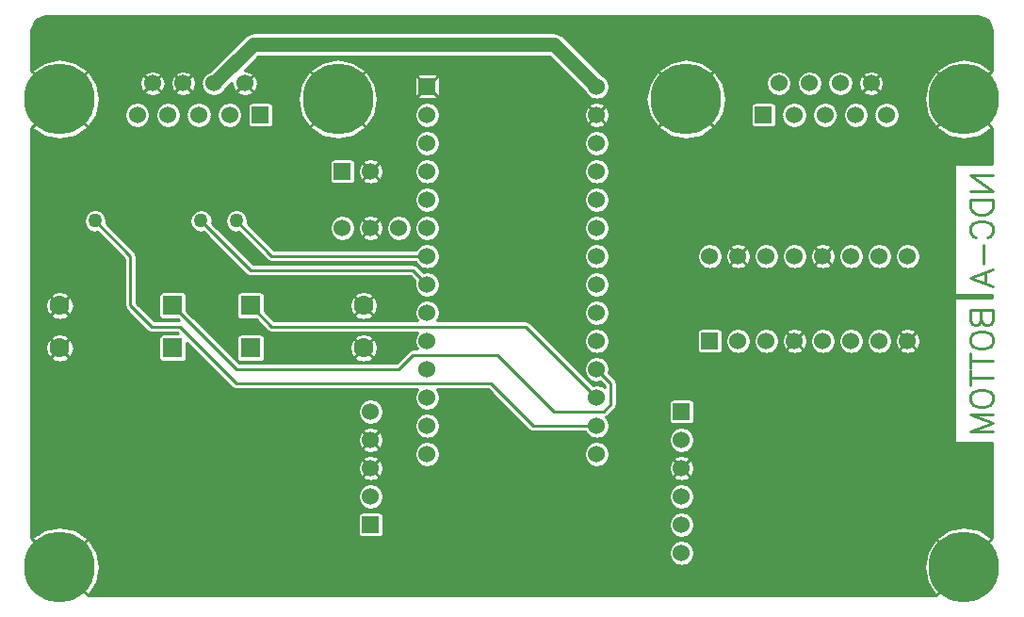
<source format=gbl>
G04*
G04  File:            NDCA2.GBL, Sun Aug 22 19:16:03 2021*
G04  Source:          P-CAD 2002 PCB, Version 17.01.22, (C:\Users\David Forbes\Documents\Designs\Nixie\CorvairDash\NDC-A\NDCA2.PCB)*
G04  Format:          Gerber Format (RS-274-D), ASCII*
G04*
G04  Format Options:  Absolute Positioning*
G04                   Leading-Zero Suppression*
G04                   Scale Factor 1:1*
G04                   NO Circular Interpolation*
G04                   Inch Units*
G04                   Numeric Format: 4.4 (XXXX.XXXX)*
G04                   G54 Used for Aperture Change*
G04                   Apertures Embedded*
G04*
G04  File Options:    Offset = (0.0mil,0.0mil)*
G04                   Drill Symbol Size = 80.0mil*
G04                   No Pad/Via Holes*
G04*
G04  File Contents:   Pads*
G04                   Vias*
G04                   No Designators*
G04                   No Types*
G04                   No Values*
G04                   No Drill Symbols*
G04                   Bottom*
G04*
%INNDCA2.GBL*%
%ICAS*%
%MOIN*%
G04*
G04  Aperture MACROs for general use --- invoked via D-code assignment *
G04*
G04  General MACRO for flashed round with rotation and/or offset hole *
%AMROTOFFROUND*
1,1,$1,0.0000,0.0000*
1,0,$2,$3,$4*%
G04*
G04  General MACRO for flashed oval (obround) with rotation and/or offset hole *
%AMROTOFFOVAL*
21,1,$1,$2,0.0000,0.0000,$3*
1,1,$4,$5,$6*
1,1,$4,0-$5,0-$6*
1,0,$7,$8,$9*%
G04*
G04  General MACRO for flashed oval (obround) with rotation and no hole *
%AMROTOVALNOHOLE*
21,1,$1,$2,0.0000,0.0000,$3*
1,1,$4,$5,$6*
1,1,$4,0-$5,0-$6*%
G04*
G04  General MACRO for flashed rectangle with rotation and/or offset hole *
%AMROTOFFRECT*
21,1,$1,$2,0.0000,0.0000,$3*
1,0,$4,$5,$6*%
G04*
G04  General MACRO for flashed rectangle with rotation and no hole *
%AMROTRECTNOHOLE*
21,1,$1,$2,0.0000,0.0000,$3*%
G04*
G04  General MACRO for flashed rounded-rectangle *
%AMROUNDRECT*
21,1,$1,$2-$4,0.0000,0.0000,$3*
21,1,$1-$4,$2,0.0000,0.0000,$3*
1,1,$4,$5,$6*
1,1,$4,$7,$8*
1,1,$4,0-$5,0-$6*
1,1,$4,0-$7,0-$8*
1,0,$9,$10,$11*%
G04*
G04  General MACRO for flashed rounded-rectangle with rotation and no hole *
%AMROUNDRECTNOHOLE*
21,1,$1,$2-$4,0.0000,0.0000,$3*
21,1,$1-$4,$2,0.0000,0.0000,$3*
1,1,$4,$5,$6*
1,1,$4,$7,$8*
1,1,$4,0-$5,0-$6*
1,1,$4,0-$7,0-$8*%
G04*
G04  General MACRO for flashed regular polygon *
%AMREGPOLY*
5,1,$1,0.0000,0.0000,$2,$3+$4*
1,0,$5,$6,$7*%
G04*
G04  General MACRO for flashed regular polygon with no hole *
%AMREGPOLYNOHOLE*
5,1,$1,0.0000,0.0000,$2,$3+$4*%
G04*
G04  General MACRO for target *
%AMTARGET*
6,0,0,$1,$2,$3,4,$4,$5,$6*%
G04*
G04  General MACRO for mounting hole *
%AMMTHOLE*
1,1,$1,0,0*
1,0,$2,0,0*
$1=$1-$2*
$1=$1/2*
21,1,$2+$1,$3,0,0,$4*
21,1,$3,$2+$1,0,0,$4*%
G04*
G04*
G04  D10 : "Ellipse X10.0mil Y10.0mil H0.0mil 0.0deg (0.0mil,0.0mil) Draw"*
G04  Disc: OuterDia=0.0100*
%ADD10C, 0.0100*%
G04  D11 : "Ellipse X15.0mil Y15.0mil H0.0mil 0.0deg (0.0mil,0.0mil) Draw"*
G04  Disc: OuterDia=0.0150*
%ADD11C, 0.0150*%
G04  D12 : "Ellipse X50.0mil Y50.0mil H0.0mil 0.0deg (0.0mil,0.0mil) Draw"*
G04  Disc: OuterDia=0.0500*
%ADD12C, 0.0500*%
G04  D13 : "Ellipse X6.0mil Y6.0mil H0.0mil 0.0deg (0.0mil,0.0mil) Draw"*
G04  Disc: OuterDia=0.0060*
%ADD13C, 0.0060*%
G04  D14 : "Ellipse X250.0mil Y250.0mil H0.0mil 0.0deg (0.0mil,0.0mil) Flash"*
G04  Disc: OuterDia=0.2500*
%ADD14C, 0.2500*%
G04  D15 : "Ellipse X265.0mil Y265.0mil H0.0mil 0.0deg (0.0mil,0.0mil) Flash"*
G04  Disc: OuterDia=0.2650*
%ADD15C, 0.2650*%
G04  D16 : "Ellipse X60.0mil Y60.0mil H0.0mil 0.0deg (0.0mil,0.0mil) Flash"*
G04  Disc: OuterDia=0.0600*
%ADD16C, 0.0600*%
G04  D17 : "Ellipse X70.0mil Y70.0mil H0.0mil 0.0deg (0.0mil,0.0mil) Flash"*
G04  Disc: OuterDia=0.0700*
%ADD17C, 0.0700*%
G04  D18 : "Ellipse X75.0mil Y75.0mil H0.0mil 0.0deg (0.0mil,0.0mil) Flash"*
G04  Disc: OuterDia=0.0750*
%ADD18C, 0.0750*%
G04  D19 : "Ellipse X85.0mil Y85.0mil H0.0mil 0.0deg (0.0mil,0.0mil) Flash"*
G04  Disc: OuterDia=0.0850*
%ADD19C, 0.0850*%
G04  D20 : "Rectangle X40.0mil Y40.0mil H0.0mil 0.0deg (0.0mil,0.0mil) Flash"*
G04  Square: Side=0.0400, Rotation=0.0, OffsetX=0.0000, OffsetY=0.0000, HoleDia=0.0000*
%ADD20R, 0.0400 X0.0400*%
G04  D21 : "Rectangle X55.0mil Y55.0mil H0.0mil 0.0deg (0.0mil,0.0mil) Flash"*
G04  Square: Side=0.0550, Rotation=0.0, OffsetX=0.0000, OffsetY=0.0000, HoleDia=0.0000*
%ADD21R, 0.0550 X0.0550*%
G04  D22 : "Rectangle X60.0mil Y60.0mil H0.0mil 0.0deg (0.0mil,0.0mil) Flash"*
G04  Square: Side=0.0600, Rotation=0.0, OffsetX=0.0000, OffsetY=0.0000, HoleDia=0.0000*
%ADD22R, 0.0600 X0.0600*%
G04  D23 : "Rectangle X64.0mil Y64.0mil H0.0mil 0.0deg (0.0mil,0.0mil) Flash"*
G04  Square: Side=0.0640, Rotation=0.0, OffsetX=0.0000, OffsetY=0.0000, HoleDia=0.0000*
%ADD23R, 0.0640 X0.0640*%
G04  D24 : "Rectangle X70.0mil Y70.0mil H0.0mil 0.0deg (0.0mil,0.0mil) Flash"*
G04  Square: Side=0.0700, Rotation=0.0, OffsetX=0.0000, OffsetY=0.0000, HoleDia=0.0000*
%ADD24R, 0.0700 X0.0700*%
G04  D25 : "Rectangle X75.0mil Y75.0mil H0.0mil 0.0deg (0.0mil,0.0mil) Flash"*
G04  Square: Side=0.0750, Rotation=0.0, OffsetX=0.0000, OffsetY=0.0000, HoleDia=0.0000*
%ADD25R, 0.0750 X0.0750*%
G04  D26 : "Rectangle X79.0mil Y79.0mil H0.0mil 0.0deg (0.0mil,0.0mil) Flash"*
G04  Square: Side=0.0790, Rotation=0.0, OffsetX=0.0000, OffsetY=0.0000, HoleDia=0.0000*
%ADD26R, 0.0790 X0.0790*%
G04  D27 : "Rectangle X85.0mil Y85.0mil H0.0mil 0.0deg (0.0mil,0.0mil) Flash"*
G04  Square: Side=0.0850, Rotation=0.0, OffsetX=0.0000, OffsetY=0.0000, HoleDia=0.0000*
%ADD27R, 0.0850 X0.0850*%
G04  D28 : "Ellipse X50.0mil Y50.0mil H0.0mil 0.0deg (0.0mil,0.0mil) Flash"*
G04  Disc: OuterDia=0.0500*
%ADD28C, 0.0500*%
G04  D29 : "Ellipse X65.0mil Y65.0mil H0.0mil 0.0deg (0.0mil,0.0mil) Flash"*
G04  Disc: OuterDia=0.0650*
%ADD29C, 0.0650*%
G04*
%FSLAX44Y44*%
%SFA1B1*%
%OFA0.0000B0.0000*%
G04*
G70*
G90*
G01*
D2*
%LNBottom*%
G54D10*
X35750Y40000*
X34750D1*
X34000Y40750*
D2*
G54D12*
X38350Y50000*
X37000Y48650D1*
D2*
G54D10*
X50500Y36500*
X48250D1*
X50750Y37000D2*
X49000D1*
D2*
G54D12*
X50500Y48500*
X49000Y50000D1*
D2*
G54D10*
X34000Y40750*
Y42500D1*
X38250Y42000D2*
X36500Y43750D1*
X44000Y42000D2*
X44500Y41500D1*
X44000Y39000D2*
X43500Y38500D1*
X63719Y44813D2*
X64520D1*
X63719Y45347*
X64520*
X63719Y44507D2*
X64520D1*
Y44240*
X64482Y44126*
X64406Y44049*
X64329Y44011*
X64215Y43973*
X64024*
X63909Y44011*
X63833Y44049*
X63757Y44126*
X63719Y44240*
Y44507*
X63909Y43171D2*
X63833Y43210D1*
X63757Y43286*
X63719Y43362*
Y43515*
X63757Y43591*
X63833Y43668*
X63909Y43706*
X64024Y43744*
X64215*
X64329Y43706*
X64406Y43668*
X64482Y43591*
X64520Y43515*
Y43362*
X64482Y43286*
X64406Y43210*
X64329Y43171*
X64177Y42904D2*
Y42217D1*
X64520Y41416D2*
X63719Y41721D1*
X64520Y42026*
X64253Y41912D2*
Y41530D1*
X63720Y40597D2*
X64520D1*
Y40254*
X64482Y40139*
X64444Y40101*
X64368Y40063*
X64254*
X64177Y40101*
X64139Y40139*
X64101Y40254*
X64063Y40139*
X64025Y40101*
X63949Y40063*
X63872*
X63796Y40101*
X63758Y40139*
X63720Y40254*
Y40597*
X64101D2*
Y40254D1*
X63720Y39606D2*
X63758Y39682D1*
X63834Y39758*
X63910Y39796*
X64025Y39834*
X64215*
X64330Y39796*
X64406Y39758*
X64482Y39682*
X64520Y39606*
Y39453*
X64482Y39377*
X64406Y39301*
X64330Y39263*
X64215Y39224*
X64025*
X63910Y39263*
X63834Y39301*
X63758Y39377*
X63720Y39453*
Y39606*
Y38805D2*
X64520D1*
X63720Y39072D2*
Y38538D1*
Y38195D2*
X64520D1*
X63720Y38462D2*
Y37928D1*
Y37547D2*
X63758Y37623D1*
X63834Y37699*
X63910Y37737*
X64025Y37776*
X64215*
X64330Y37737*
X64406Y37699*
X64482Y37623*
X64520Y37547*
Y37394*
X64482Y37318*
X64406Y37242*
X64330Y37204*
X64215Y37166*
X64025*
X63910Y37204*
X63834Y37242*
X63758Y37318*
X63720Y37394*
Y37547*
X64520Y36289D2*
X63720D1*
X64520Y36594*
X63720Y36899*
X64520*
X34000Y42500D2*
X32750Y43750D1*
X48250Y36500D2*
X46750Y38000D1*
X37750*
X43500Y38500D2*
X37750D1*
X48000Y40000D2*
X39000D1*
X38250Y40750*
X39000Y42500D2*
X37750Y43750D1*
X44500Y42500D2*
X39000D1*
D2*
G54D12*
X49000Y50000*
X38350D1*
D2*
G54D10*
X50500Y38500*
X51000Y38000D1*
Y37250*
X50750Y37000*
X44000Y42000D2*
X38250D1*
X47000Y39000D2*
X44000D1*
X49000Y37000D2*
X47000Y39000D1*
X37750Y38000D2*
X35750Y40000D1*
X37750Y38500D2*
X35500Y40750D1*
X50500Y37500D2*
X48000Y40000D1*
X62181Y48606D2*
X62490Y49069D1*
X62953Y49378*
X63500Y49487*
X64046Y49378*
X64500Y49075*
Y50500*
X64353Y50853*
X64000Y51000*
X31000*
X30646Y50853*
X30500Y50500*
Y49075*
X30953Y49378*
X31500Y49487*
X32046Y49378*
X32509Y49069*
X32818Y48606*
X32927Y48060*
X32818Y47513*
X32509Y47050*
X32046Y46741*
X31500Y46632*
X30953Y46741*
X30500Y47044*
Y32515*
X30953Y32818*
X31500Y32927*
X32046Y32818*
X32509Y32509*
X32818Y32046*
X32927Y31500*
X32818Y30953*
X32515Y30500*
X62484*
X62181Y30953*
X62072Y31500*
X62181Y32046*
X62490Y32509*
X62953Y32818*
X63500Y32927*
X64046Y32818*
X64500Y32515*
Y35899*
X63150*
Y41025*
X64500*
Y41140*
X63150*
Y45775*
X64500*
Y47044*
X64046Y46741*
X63500Y46632*
X62953Y46741*
X62490Y47050*
X62181Y47513*
X62072Y48060*
X62181Y48606*
X43923Y43324D2*
X43824Y43175D1*
X43675Y43076*
X43500Y43041*
X43324Y43076*
X43175Y43175*
X43076Y43324*
X43041Y43500*
X43076Y43675*
X43175Y43824*
X43324Y43923*
X43500Y43958*
X43675Y43923*
X43824Y43824*
X43923Y43675*
X43958Y43500*
X43923Y43324*
X58696Y48795D2*
X58795Y48944D1*
X58944Y49043*
X59120Y49078*
X59295Y49043*
X59444Y48944*
X59543Y48795*
X59578Y48620*
X59543Y48444*
X59444Y48295*
X59295Y48196*
X59120Y48161*
X58944Y48196*
X58795Y48295*
X58696Y48444*
X58661Y48620*
X58696Y48795*
X57606D2*
X57705Y48944D1*
X57854Y49043*
X58030Y49078*
X58205Y49043*
X58354Y48944*
X58453Y48795*
X58488Y48620*
X58453Y48444*
X58354Y48295*
X58205Y48196*
X58030Y48161*
X57854Y48196*
X57705Y48295*
X57606Y48444*
X57571Y48620*
X57606Y48795*
X34356D2*
X34455Y48944D1*
X34604Y49043*
X34780Y49078*
X34955Y49043*
X35104Y48944*
X35203Y48795*
X35238Y48620*
X35203Y48444*
X35104Y48295*
X34955Y48196*
X34780Y48161*
X34604Y48196*
X34455Y48295*
X34356Y48444*
X34321Y48620*
X34356Y48795*
X31029Y39445D2*
X31139Y39610D1*
X31304Y39720*
X31500Y39759*
X31695Y39720*
X31860Y39610*
X31970Y39445*
X32009Y39250*
X31970Y39054*
X31860Y38889*
X31695Y38779*
X31500Y38740*
X31304Y38779*
X31139Y38889*
X31029Y39054*
X30990Y39250*
X31029Y39445*
X33816Y47675D2*
X33915Y47824D1*
X34064Y47923*
X34240Y47958*
X34415Y47923*
X34564Y47824*
X34663Y47675*
X34698Y47500*
X34663Y47324*
X34564Y47175*
X34415Y47076*
X34240Y47041*
X34064Y47076*
X33915Y47175*
X33816Y47324*
X33781Y47500*
X33816Y47675*
X34906D2*
X35005Y47824D1*
X35154Y47923*
X35330Y47958*
X35505Y47923*
X35654Y47824*
X35753Y47675*
X35788Y47500*
X35753Y47324*
X35654Y47175*
X35505Y47076*
X35330Y47041*
X35154Y47076*
X35005Y47175*
X34906Y47324*
X34871Y47500*
X34906Y47675*
X37086D2*
X37185Y47824D1*
X37334Y47923*
X37510Y47958*
X37685Y47923*
X37834Y47824*
X37933Y47675*
X37968Y47500*
X37933Y47324*
X37834Y47175*
X37685Y47076*
X37510Y47041*
X37334Y47076*
X37185Y47175*
X37086Y47324*
X37051Y47500*
X37086Y47675*
X38752Y38900D2*
X38741Y38841D1*
X38708Y38791*
X38658Y38758*
X38600Y38747*
X37900*
X37841Y38758*
X37791Y38791*
X37758Y38841*
X37747Y38900*
Y39600*
X37758Y39658*
X37791Y39708*
X37841Y39741*
X37900Y39752*
X38600*
X38658Y39741*
X38708Y39708*
X38741Y39658*
X38752Y39600*
Y38900*
X55675Y39923D2*
X55824Y39824D1*
X55923Y39675*
X55958Y39500*
X55923Y39324*
X55824Y39175*
X55675Y39076*
X55500Y39041*
X55324Y39076*
X55175Y39175*
X55076Y39324*
X55041Y39500*
X55076Y39675*
X55175Y39824*
X55324Y39923*
X55500Y39958*
X55675Y39923*
Y42923D2*
X55824Y42824D1*
X55923Y42675*
X55958Y42500*
X55923Y42324*
X55824Y42175*
X55675Y42076*
X55500Y42041*
X55324Y42076*
X55175Y42175*
X55076Y42324*
X55041Y42500*
X55076Y42675*
X55175Y42824*
X55324Y42923*
X55500Y42958*
X55675Y42923*
X55947Y47800D2*
X55958Y47858D1*
X55991Y47908*
X56041Y47941*
X56100Y47952*
X56700*
X56758Y47941*
X56808Y47908*
X56841Y47858*
X56852Y47800*
Y47200*
X56841Y47141*
X56808Y47091*
X56758Y47058*
X56700Y47047*
X56100*
X56041Y47058*
X55991Y47091*
X55958Y47141*
X55947Y47200*
Y47800*
X58675Y39923D2*
X58824Y39824D1*
X58923Y39675*
X58958Y39500*
X58923Y39324*
X58824Y39175*
X58675Y39076*
X58500Y39041*
X58324Y39076*
X58175Y39175*
X58076Y39324*
X58041Y39500*
X58076Y39675*
X58175Y39824*
X58324Y39923*
X58500Y39958*
X58675Y39923*
Y42923D2*
X58824Y42824D1*
X58923Y42675*
X58958Y42500*
X58923Y42324*
X58824Y42175*
X58675Y42076*
X58500Y42041*
X58324Y42076*
X58175Y42175*
X58076Y42324*
X58041Y42500*
X58076Y42675*
X58175Y42824*
X58324Y42923*
X58500Y42958*
X58675Y42923*
X58156Y47675D2*
X58255Y47824D1*
X58404Y47923*
X58580Y47958*
X58755Y47923*
X58904Y47824*
X59003Y47675*
X59038Y47500*
X59003Y47324*
X58904Y47175*
X58755Y47076*
X58580Y47041*
X58404Y47076*
X58255Y47175*
X58156Y47324*
X58121Y47500*
X58156Y47675*
X61675Y39923D2*
X61824Y39824D1*
X61923Y39675*
X61958Y39500*
X61923Y39324*
X61824Y39175*
X61675Y39076*
X61500Y39041*
X61324Y39076*
X61175Y39175*
X61076Y39324*
X61041Y39500*
X61076Y39675*
X61175Y39824*
X61324Y39923*
X61500Y39958*
X61675Y39923*
Y42923D2*
X61824Y42824D1*
X61923Y42675*
X61958Y42500*
X61923Y42324*
X61824Y42175*
X61675Y42076*
X61500Y42041*
X61324Y42076*
X61175Y42175*
X61076Y42324*
X61041Y42500*
X61076Y42675*
X61175Y42824*
X61324Y42923*
X61500Y42958*
X61675Y42923*
X60336Y47675D2*
X60435Y47824D1*
X60584Y47923*
X60760Y47958*
X60935Y47923*
X61084Y47824*
X61183Y47675*
X61218Y47500*
X61183Y47324*
X61084Y47175*
X60935Y47076*
X60760Y47041*
X60584Y47076*
X60435Y47175*
X60336Y47324*
X60301Y47500*
X60336Y47675*
X35446Y48795D2*
X35545Y48944D1*
X35694Y49043*
X35870Y49078*
X36045Y49043*
X36194Y48944*
X36293Y48795*
X36328Y48620*
X36293Y48444*
X36194Y48295*
X36045Y48196*
X35870Y48161*
X35694Y48196*
X35545Y48295*
X35446Y48444*
X35411Y48620*
X35446Y48795*
X42324Y34576D2*
X42175Y34675D1*
X42076Y34824*
X42041Y35000*
X42076Y35175*
X42175Y35324*
X42324Y35423*
X42500Y35458*
X42675Y35423*
X42824Y35324*
X42923Y35175*
X42958Y35000*
X42923Y34824*
X42824Y34675*
X42675Y34576*
X42500Y34541*
X42324Y34576*
Y33576D2*
X42175Y33675D1*
X42076Y33824*
X42041Y34000*
X42076Y34175*
X42175Y34324*
X42324Y34423*
X42500Y34458*
X42675Y34423*
X42824Y34324*
X42923Y34175*
X42958Y34000*
X42923Y33824*
X42824Y33675*
X42675Y33576*
X42500Y33541*
X42324Y33576*
Y36576D2*
X42175Y36675D1*
X42076Y36824*
X42041Y37000*
X42076Y37175*
X42175Y37324*
X42324Y37423*
X42500Y37458*
X42675Y37423*
X42824Y37324*
X42923Y37175*
X42958Y37000*
X42923Y36824*
X42824Y36675*
X42675Y36576*
X42500Y36541*
X42324Y36576*
X44923Y36324D2*
X44824Y36175D1*
X44675Y36076*
X44500Y36041*
X44324Y36076*
X44175Y36175*
X44076Y36324*
X44041Y36500*
X44076Y36675*
X44175Y36824*
X44324Y36923*
X44500Y36958*
X44675Y36923*
X44824Y36824*
X44923Y36675*
X44958Y36500*
X44923Y36324*
X42720Y40554D2*
X42610Y40389D1*
X42445Y40279*
X42250Y40240*
X42054Y40279*
X41889Y40389*
X41779Y40554*
X41740Y40750*
X41779Y40945*
X41889Y41110*
X42054Y41220*
X42250Y41259*
X42445Y41220*
X42610Y41110*
X42720Y40945*
X42759Y40750*
X42720Y40554*
X41923Y43324D2*
X41824Y43175D1*
X41675Y43076*
X41500Y43041*
X41324Y43076*
X41175Y43175*
X41076Y43324*
X41041Y43500*
X41076Y43675*
X41175Y43824*
X41324Y43923*
X41500Y43958*
X41675Y43923*
X41824Y43824*
X41923Y43675*
X41958Y43500*
X41923Y43324*
X42923D2*
X42824Y43175D1*
X42675Y43076*
X42500Y43041*
X42324Y43076*
X42175Y43175*
X42076Y43324*
X42041Y43500*
X42076Y43675*
X42175Y43824*
X42324Y43923*
X42500Y43958*
X42675Y43923*
X42824Y43824*
X42923Y43675*
X42958Y43500*
X42923Y43324*
X44923D2*
X44824Y43175D1*
X44675Y43076*
X44500Y43041*
X44324Y43076*
X44175Y43175*
X44076Y43324*
X44041Y43500*
X44076Y43675*
X44175Y43824*
X44324Y43923*
X44500Y43958*
X44675Y43923*
X44824Y43824*
X44923Y43675*
X44958Y43500*
X44923Y43324*
Y46324D2*
X44824Y46175D1*
X44675Y46076*
X44500Y46041*
X44324Y46076*
X44175Y46175*
X44076Y46324*
X44041Y46500*
X44076Y46675*
X44175Y46824*
X44324Y46923*
X44500Y46958*
X44675Y46923*
X44824Y46824*
X44923Y46675*
X44958Y46500*
X44923Y46324*
X53675Y32423D2*
X53824Y32324D1*
X53923Y32175*
X53958Y32000*
X53923Y31824*
X53824Y31675*
X53675Y31576*
X53500Y31541*
X53324Y31576*
X53175Y31675*
X53076Y31824*
X53041Y32000*
X53076Y32175*
X53175Y32324*
X53324Y32423*
X53500Y32458*
X53675Y32423*
Y34423D2*
X53824Y34324D1*
X53923Y34175*
X53958Y34000*
X53923Y33824*
X53824Y33675*
X53675Y33576*
X53500Y33541*
X53324Y33576*
X53175Y33675*
X53076Y33824*
X53041Y34000*
X53076Y34175*
X53175Y34324*
X53324Y34423*
X53500Y34458*
X53675Y34423*
Y35423D2*
X53824Y35324D1*
X53923Y35175*
X53958Y35000*
X53923Y34824*
X53824Y34675*
X53675Y34576*
X53500Y34541*
X53324Y34576*
X53175Y34675*
X53076Y34824*
X53041Y35000*
X53076Y35175*
X53175Y35324*
X53324Y35423*
X53500Y35458*
X53675Y35423*
X53800Y37452D2*
X53858Y37441D1*
X53908Y37408*
X53941Y37358*
X53952Y37300*
Y36700*
X53941Y36641*
X53908Y36591*
X53858Y36558*
X53800Y36547*
X53200*
X53141Y36558*
X53091Y36591*
X53058Y36641*
X53047Y36700*
Y37300*
X53058Y37358*
X53091Y37408*
X53141Y37441*
X53200Y37452*
X53800*
X50923Y40324D2*
X50824Y40175D1*
X50675Y40076*
X50500Y40041*
X50324Y40076*
X50175Y40175*
X50076Y40324*
X50041Y40500*
X50076Y40675*
X50175Y40824*
X50324Y40923*
X50500Y40958*
X50675Y40923*
X50824Y40824*
X50923Y40675*
X50958Y40500*
X50923Y40324*
Y43324D2*
X50824Y43175D1*
X50675Y43076*
X50500Y43041*
X50324Y43076*
X50175Y43175*
X50076Y43324*
X50041Y43500*
X50076Y43675*
X50175Y43824*
X50324Y43923*
X50500Y43958*
X50675Y43923*
X50824Y43824*
X50923Y43675*
X50958Y43500*
X50923Y43324*
Y46324D2*
X50824Y46175D1*
X50675Y46076*
X50500Y46041*
X50324Y46076*
X50175Y46175*
X50076Y46324*
X50041Y46500*
X50076Y46675*
X50175Y46824*
X50324Y46923*
X50500Y46958*
X50675Y46923*
X50824Y46824*
X50923Y46675*
X50958Y46500*
X50923Y46324*
X59786Y48795D2*
X59885Y48944D1*
X60034Y49043*
X60210Y49078*
X60385Y49043*
X60534Y48944*
X60633Y48795*
X60668Y48620*
X60633Y48444*
X60534Y48295*
X60385Y48196*
X60210Y48161*
X60034Y48196*
X59885Y48295*
X59786Y48444*
X59751Y48620*
X59786Y48795*
X56516D2*
X56615Y48944D1*
X56764Y49043*
X56940Y49078*
X57115Y49043*
X57264Y48944*
X57363Y48795*
X57398Y48620*
X57363Y48444*
X57264Y48295*
X57115Y48196*
X56940Y48161*
X56764Y48196*
X56615Y48295*
X56516Y48444*
X56481Y48620*
X56516Y48795*
X35996Y47675D2*
X36095Y47824D1*
X36244Y47923*
X36420Y47958*
X36595Y47923*
X36744Y47824*
X36843Y47675*
X36878Y47500*
X36843Y47324*
X36744Y47175*
X36595Y47076*
X36420Y47041*
X36244Y47076*
X36095Y47175*
X35996Y47324*
X35961Y47500*
X35996Y47675*
X44923Y35324D2*
X44824Y35175D1*
X44675Y35076*
X44500Y35041*
X44324Y35076*
X44175Y35175*
X44076Y35324*
X44041Y35500*
X44076Y35675*
X44175Y35824*
X44324Y35923*
X44500Y35958*
X44675Y35923*
X44824Y35824*
X44923Y35675*
X44958Y35500*
X44923Y35324*
X31029Y40945D2*
X31139Y41110D1*
X31304Y41220*
X31500Y41259*
X31695Y41220*
X31860Y41110*
X31970Y40945*
X32009Y40750*
X31970Y40554*
X31860Y40389*
X31695Y40279*
X31500Y40240*
X31304Y40279*
X31139Y40389*
X31029Y40554*
X30990Y40750*
X31029Y40945*
X42324Y35576D2*
X42175Y35675D1*
X42076Y35824*
X42041Y36000*
X42076Y36175*
X42175Y36324*
X42324Y36423*
X42500Y36458*
X42675Y36423*
X42824Y36324*
X42923Y36175*
X42958Y36000*
X42923Y35824*
X42824Y35675*
X42675Y35576*
X42500Y35541*
X42324Y35576*
X42200Y32547D2*
X42141Y32558D1*
X42091Y32591*
X42058Y32641*
X42047Y32700*
Y33300*
X42058Y33358*
X42091Y33408*
X42141Y33441*
X42200Y33452*
X42800*
X42858Y33441*
X42908Y33408*
X42941Y33358*
X42952Y33300*
Y32700*
X42941Y32641*
X42908Y32591*
X42858Y32558*
X42800Y32547*
X42200*
X41952Y45200D2*
X41941Y45141D1*
X41908Y45091*
X41858Y45058*
X41800Y45047*
X41200*
X41141Y45058*
X41091Y45091*
X41058Y45141*
X41047Y45200*
Y45800*
X41058Y45858*
X41091Y45908*
X41141Y45941*
X41200Y45952*
X41800*
X41858Y45941*
X41908Y45908*
X41941Y45858*
X41952Y45800*
Y45200*
X44923Y44324D2*
X44824Y44175D1*
X44675Y44076*
X44500Y44041*
X44324Y44076*
X44175Y44175*
X44076Y44324*
X44041Y44500*
X44076Y44675*
X44175Y44824*
X44324Y44923*
X44500Y44958*
X44675Y44923*
X44824Y44824*
X44923Y44675*
X44958Y44500*
X44923Y44324*
X42923Y45324D2*
X42824Y45175D1*
X42675Y45076*
X42500Y45041*
X42324Y45076*
X42175Y45175*
X42076Y45324*
X42041Y45500*
X42076Y45675*
X42175Y45824*
X42324Y45923*
X42500Y45958*
X42675Y45923*
X42824Y45824*
X42923Y45675*
X42958Y45500*
X42923Y45324*
X44923Y47324D2*
X44824Y47175D1*
X44675Y47076*
X44500Y47041*
X44324Y47076*
X44175Y47175*
X44076Y47324*
X44041Y47500*
X44076Y47675*
X44175Y47824*
X44324Y47923*
X44500Y47958*
X44675Y47923*
X44824Y47824*
X44923Y47675*
X44958Y47500*
X44923Y47324*
Y45324D2*
X44824Y45175D1*
X44675Y45076*
X44500Y45041*
X44324Y45076*
X44175Y45175*
X44076Y45324*
X44041Y45500*
X44076Y45675*
X44175Y45824*
X44324Y45923*
X44500Y45958*
X44675Y45923*
X44824Y45824*
X44923Y45675*
X44958Y45500*
X44923Y45324*
X44952Y48200D2*
X44941Y48141D1*
X44908Y48091*
X44858Y48058*
X44800Y48047*
X44200*
X44141Y48058*
X44091Y48091*
X44058Y48141*
X44047Y48200*
Y48800*
X44058Y48858*
X44091Y48908*
X44141Y48941*
X44200Y48952*
X44800*
X44858Y48941*
X44908Y48908*
X44941Y48858*
X44952Y48800*
Y48200*
X38147Y47800D2*
X38158Y47858D1*
X38191Y47908*
X38241Y47941*
X38300Y47952*
X38900*
X38958Y47941*
X39008Y47908*
X39041Y47858*
X39052Y47800*
Y47200*
X39041Y47141*
X39008Y47091*
X38958Y47058*
X38900Y47047*
X38300*
X38241Y47058*
X38191Y47091*
X38158Y47141*
X38147Y47200*
Y47800*
X42720Y39054D2*
X42610Y38889D1*
X42445Y38779*
X42250Y38740*
X42054Y38779*
X41889Y38889*
X41779Y39054*
X41740Y39250*
X41779Y39445*
X41889Y39610*
X42054Y39720*
X42250Y39759*
X42445Y39720*
X42610Y39610*
X42720Y39445*
X42759Y39250*
X42720Y39054*
X50923Y35324D2*
X50824Y35175D1*
X50675Y35076*
X50500Y35041*
X50324Y35076*
X50175Y35175*
X50076Y35324*
X50041Y35500*
X50076Y35675*
X50175Y35824*
X50324Y35923*
X50500Y35958*
X50675Y35923*
X50824Y35824*
X50923Y35675*
X50958Y35500*
X50923Y35324*
X53675Y33423D2*
X53824Y33324D1*
X53923Y33175*
X53958Y33000*
X53923Y32824*
X53824Y32675*
X53675Y32576*
X53500Y32541*
X53324Y32576*
X53175Y32675*
X53076Y32824*
X53041Y33000*
X53076Y33175*
X53175Y33324*
X53324Y33423*
X53500Y33458*
X53675Y33423*
Y36423D2*
X53824Y36324D1*
X53923Y36175*
X53958Y36000*
X53923Y35824*
X53824Y35675*
X53675Y35576*
X53500Y35541*
X53324Y35576*
X53175Y35675*
X53076Y35824*
X53041Y36000*
X53076Y36175*
X53175Y36324*
X53324Y36423*
X53500Y36458*
X53675Y36423*
X50923Y41324D2*
X50824Y41175D1*
X50675Y41076*
X50500Y41041*
X50324Y41076*
X50175Y41175*
X50076Y41324*
X50041Y41500*
X50076Y41675*
X50175Y41824*
X50324Y41923*
X50500Y41958*
X50675Y41923*
X50824Y41824*
X50923Y41675*
X50958Y41500*
X50923Y41324*
Y39324D2*
X50824Y39175D1*
X50675Y39076*
X50500Y39041*
X50324Y39076*
X50175Y39175*
X50076Y39324*
X50041Y39500*
X50076Y39675*
X50175Y39824*
X50324Y39923*
X50500Y39958*
X50675Y39923*
X50824Y39824*
X50923Y39675*
X50958Y39500*
X50923Y39324*
Y44324D2*
X50824Y44175D1*
X50675Y44076*
X50500Y44041*
X50324Y44076*
X50175Y44175*
X50076Y44324*
X50041Y44500*
X50076Y44675*
X50175Y44824*
X50324Y44923*
X50500Y44958*
X50675Y44923*
X50824Y44824*
X50923Y44675*
X50958Y44500*
X50923Y44324*
Y42324D2*
X50824Y42175D1*
X50675Y42076*
X50500Y42041*
X50324Y42076*
X50175Y42175*
X50076Y42324*
X50041Y42500*
X50076Y42675*
X50175Y42824*
X50324Y42923*
X50500Y42958*
X50675Y42923*
X50824Y42824*
X50923Y42675*
X50958Y42500*
X50923Y42324*
Y47324D2*
X50824Y47175D1*
X50675Y47076*
X50500Y47041*
X50324Y47076*
X50175Y47175*
X50076Y47324*
X50041Y47500*
X50076Y47675*
X50175Y47824*
X50324Y47923*
X50500Y47958*
X50675Y47923*
X50824Y47824*
X50923Y47675*
X50958Y47500*
X50923Y47324*
Y45324D2*
X50824Y45175D1*
X50675Y45076*
X50500Y45041*
X50324Y45076*
X50175Y45175*
X50076Y45324*
X50041Y45500*
X50076Y45675*
X50175Y45824*
X50324Y45923*
X50500Y45958*
X50675Y45923*
X50824Y45824*
X50923Y45675*
X50958Y45500*
X50923Y45324*
X54800Y39952D2*
X54858Y39941D1*
X54908Y39908*
X54941Y39858*
X54952Y39800*
Y39200*
X54941Y39141*
X54908Y39091*
X54858Y39058*
X54800Y39047*
X54200*
X54141Y39058*
X54091Y39091*
X54058Y39141*
X54047Y39200*
Y39800*
X54058Y39858*
X54091Y39908*
X54141Y39941*
X54200Y39952*
X54800*
X56675Y39923D2*
X56824Y39824D1*
X56923Y39675*
X56958Y39500*
X56923Y39324*
X56824Y39175*
X56675Y39076*
X56500Y39041*
X56324Y39076*
X56175Y39175*
X56076Y39324*
X56041Y39500*
X56076Y39675*
X56175Y39824*
X56324Y39923*
X56500Y39958*
X56675Y39923*
X54675Y42923D2*
X54824Y42824D1*
X54923Y42675*
X54958Y42500*
X54923Y42324*
X54824Y42175*
X54675Y42076*
X54500Y42041*
X54324Y42076*
X54175Y42175*
X54076Y42324*
X54041Y42500*
X54076Y42675*
X54175Y42824*
X54324Y42923*
X54500Y42958*
X54675Y42923*
X56675D2*
X56824Y42824D1*
X56923Y42675*
X56958Y42500*
X56923Y42324*
X56824Y42175*
X56675Y42076*
X56500Y42041*
X56324Y42076*
X56175Y42175*
X56076Y42324*
X56041Y42500*
X56076Y42675*
X56175Y42824*
X56324Y42923*
X56500Y42958*
X56675Y42923*
X57675Y39923D2*
X57824Y39824D1*
X57923Y39675*
X57958Y39500*
X57923Y39324*
X57824Y39175*
X57675Y39076*
X57500Y39041*
X57324Y39076*
X57175Y39175*
X57076Y39324*
X57041Y39500*
X57076Y39675*
X57175Y39824*
X57324Y39923*
X57500Y39958*
X57675Y39923*
X59675D2*
X59824Y39824D1*
X59923Y39675*
X59958Y39500*
X59923Y39324*
X59824Y39175*
X59675Y39076*
X59500Y39041*
X59324Y39076*
X59175Y39175*
X59076Y39324*
X59041Y39500*
X59076Y39675*
X59175Y39824*
X59324Y39923*
X59500Y39958*
X59675Y39923*
X57675Y42923D2*
X57824Y42824D1*
X57923Y42675*
X57958Y42500*
X57923Y42324*
X57824Y42175*
X57675Y42076*
X57500Y42041*
X57324Y42076*
X57175Y42175*
X57076Y42324*
X57041Y42500*
X57076Y42675*
X57175Y42824*
X57324Y42923*
X57500Y42958*
X57675Y42923*
X59675D2*
X59824Y42824D1*
X59923Y42675*
X59958Y42500*
X59923Y42324*
X59824Y42175*
X59675Y42076*
X59500Y42041*
X59324Y42076*
X59175Y42175*
X59076Y42324*
X59041Y42500*
X59076Y42675*
X59175Y42824*
X59324Y42923*
X59500Y42958*
X59675Y42923*
X57066Y47675D2*
X57165Y47824D1*
X57314Y47923*
X57490Y47958*
X57665Y47923*
X57814Y47824*
X57913Y47675*
X57948Y47500*
X57913Y47324*
X57814Y47175*
X57665Y47076*
X57490Y47041*
X57314Y47076*
X57165Y47175*
X57066Y47324*
X57031Y47500*
X57066Y47675*
X60675Y39923D2*
X60824Y39824D1*
X60923Y39675*
X60958Y39500*
X60923Y39324*
X60824Y39175*
X60675Y39076*
X60500Y39041*
X60324Y39076*
X60175Y39175*
X60076Y39324*
X60041Y39500*
X60076Y39675*
X60175Y39824*
X60324Y39923*
X60500Y39958*
X60675Y39923*
Y42923D2*
X60824Y42824D1*
X60923Y42675*
X60958Y42500*
X60923Y42324*
X60824Y42175*
X60675Y42076*
X60500Y42041*
X60324Y42076*
X60175Y42175*
X60076Y42324*
X60041Y42500*
X60076Y42675*
X60175Y42824*
X60324Y42923*
X60500Y42958*
X60675Y42923*
X59246Y47675D2*
X59345Y47824D1*
X59494Y47923*
X59670Y47958*
X59845Y47923*
X59994Y47824*
X60093Y47675*
X60128Y47500*
X60093Y47324*
X59994Y47175*
X59845Y47076*
X59670Y47041*
X59494Y47076*
X59345Y47175*
X59246Y47324*
X59211Y47500*
X59246Y47675*
X40021Y48606D2*
X40330Y49069D1*
X40793Y49378*
X41340Y49487*
X41886Y49378*
X42349Y49069*
X42658Y48606*
X42767Y48060*
X42658Y47513*
X42349Y47050*
X41886Y46741*
X41340Y46632*
X40793Y46741*
X40330Y47050*
X40021Y47513*
X39912Y48060*
X40021Y48606*
X52341D2*
X52650Y49069D1*
X53113Y49378*
X53660Y49487*
X54206Y49378*
X54669Y49069*
X54978Y48606*
X55087Y48060*
X54978Y47513*
X54669Y47050*
X54206Y46741*
X53660Y46632*
X53113Y46741*
X52650Y47050*
X52341Y47513*
X52232Y48060*
X52341Y48606*
X44103Y42716D2*
X44175Y42824D1*
X44324Y42923*
X44500Y42958*
X44675Y42923*
X44824Y42824*
X44923Y42675*
X44958Y42500*
X44923Y42324*
X44824Y42175*
X44675Y42076*
X44500Y42041*
X44324Y42076*
X44175Y42175*
X44103Y42283*
X39000*
X38846Y42346*
X37834Y43359*
X37750Y43342*
X37593Y43373*
X37461Y43461*
X37373Y43593*
X37342Y43750*
X37373Y43906*
X37461Y44038*
X37593Y44126*
X37750Y44157*
X37906Y44126*
X38038Y44038*
X38126Y43906*
X38157Y43750*
X38140Y43665*
X39089Y42716*
X44103*
X44000Y42216D2*
X44153Y42153D1*
X44372Y41933*
X44500Y41958*
X44675Y41923*
X44824Y41824*
X44923Y41675*
X44958Y41500*
X44923Y41324*
X44824Y41175*
X44675Y41076*
X44500Y41041*
X44324Y41076*
X44175Y41175*
X44076Y41324*
X44041Y41500*
X44066Y41627*
X43910Y41783*
X38250*
X38096Y41846*
X36584Y43359*
X36500Y43342*
X36343Y43373*
X36211Y43461*
X36123Y43593*
X36092Y43750*
X36123Y43906*
X36211Y44038*
X36343Y44126*
X36500Y44157*
X36656Y44126*
X36788Y44038*
X36876Y43906*
X36907Y43750*
X36890Y43665*
X38339Y42216*
X44000*
X49000Y50432D2*
X49306Y50306D1*
X50714Y48898*
X50824Y48824*
X50923Y48675*
X50958Y48500*
X50923Y48324*
X50824Y48175*
X50675Y48076*
X50500Y48041*
X50324Y48076*
X50175Y48175*
X50101Y48285*
X48820Y49567*
X38529*
X38038Y49076*
X38050Y49078*
X38225Y49043*
X38374Y48944*
X38473Y48795*
X38508Y48620*
X38473Y48444*
X38374Y48295*
X38225Y48196*
X38050Y48161*
X37874Y48196*
X37725Y48295*
X37626Y48444*
X37591Y48620*
X37593Y48631*
X37337Y48375*
X37284Y48295*
X37135Y48196*
X36960Y48161*
X36784Y48196*
X36635Y48295*
X36536Y48444*
X36501Y48620*
X36536Y48795*
X36635Y48944*
X36775Y49038*
X38043Y50306*
X38350Y50432*
X49000*
X50372Y37933D2*
X50500Y37958D1*
X50675Y37923*
X50783Y37851*
Y37910*
X50627Y38066*
X50500Y38041*
X50324Y38076*
X50175Y38175*
X50076Y38324*
X50041Y38500*
X50076Y38675*
X50175Y38824*
X50324Y38923*
X50500Y38958*
X50675Y38923*
X50824Y38824*
X50923Y38675*
X50958Y38500*
X50933Y38372*
X51153Y38153*
X51216Y38000*
Y37250*
X51153Y37096*
X50903Y36846*
X50829Y36816*
X50923Y36675*
X50958Y36500*
X50923Y36324*
X50824Y36175*
X50675Y36076*
X50500Y36041*
X50324Y36076*
X50175Y36175*
X50103Y36283*
X48250*
X48096Y36346*
X46660Y37783*
X44851*
X44923Y37675*
X44958Y37500*
X44923Y37324*
X44824Y37175*
X44675Y37076*
X44500Y37041*
X44324Y37076*
X44175Y37175*
X44076Y37324*
X44041Y37500*
X44076Y37675*
X44148Y37783*
X37750*
X37596Y37846*
X36002Y39440*
Y38900*
X35991Y38841*
X35958Y38791*
X35908Y38758*
X35850Y38747*
X35150*
X35091Y38758*
X35041Y38791*
X35008Y38841*
X34997Y38900*
Y39600*
X35008Y39658*
X35041Y39708*
X35091Y39741*
X35150Y39752*
X35690*
X35660Y39783*
X34750*
X34596Y39846*
X33846Y40596*
X33783Y40750*
Y42410*
X32834Y43359*
X32750Y43342*
X32593Y43373*
X32461Y43461*
X32373Y43593*
X32342Y43750*
X32373Y43906*
X32461Y44038*
X32593Y44126*
X32750Y44157*
X32906Y44126*
X33038Y44038*
X33126Y43906*
X33157Y43750*
X33140Y43665*
X34153Y42653*
X34216Y42500*
Y40839*
X34839Y40216*
X35727*
X35696Y40247*
X35150*
X35091Y40258*
X35041Y40291*
X35008Y40341*
X34997Y40400*
Y41100*
X35008Y41158*
X35041Y41208*
X35091Y41241*
X35150Y41252*
X35850*
X35908Y41241*
X35958Y41208*
X35991Y41158*
X36002Y41100*
Y40553*
X37839Y38716*
X43410*
X43846Y39153*
X44000Y39216*
X44148*
X44076Y39324*
X44041Y39500*
X44076Y39675*
X44148Y39783*
X39000*
X38846Y39846*
X38446Y40247*
X37900*
X37841Y40258*
X37791Y40291*
X37758Y40341*
X37747Y40400*
Y41100*
X37758Y41158*
X37791Y41208*
X37841Y41241*
X37900Y41252*
X38600*
X38658Y41241*
X38708Y41208*
X38741Y41158*
X38752Y41100*
Y40553*
X39089Y40216*
X44148*
X44076Y40324*
X44041Y40500*
X44076Y40675*
X44175Y40824*
X44324Y40923*
X44500Y40958*
X44675Y40923*
X44824Y40824*
X44923Y40675*
X44958Y40500*
X44923Y40324*
X44851Y40216*
X48000*
X48153Y40153*
X50372Y37933*
X32515Y30500D2*
X62484D1*
X32565Y30575D2*
X62434D1*
X32615Y30650D2*
X62384D1*
X32665Y30725D2*
X62334D1*
X32716Y30800D2*
X62283D1*
X32766Y30875D2*
X62233D1*
X32816Y30950D2*
X62183D1*
X32832Y31025D2*
X62167D1*
X32847Y31100D2*
X62152D1*
X32862Y31175D2*
X62137D1*
X32877Y31250D2*
X62122D1*
X32892Y31325D2*
X62107D1*
X32907Y31400D2*
X62092D1*
X32922Y31475D2*
X62077D1*
X32917Y31550D2*
X53455D1*
X53544D2*
X62082D1*
X32902Y31625D2*
X53251D1*
X53748D2*
X62097D1*
X32887Y31700D2*
X53159D1*
X53840D2*
X62112D1*
X32872Y31775D2*
X53109D1*
X53890D2*
X62127D1*
X32857Y31850D2*
X53071D1*
X53928D2*
X62142D1*
X32842Y31925D2*
X53056D1*
X53943D2*
X62157D1*
X32827Y32000D2*
X53041D1*
X53958D2*
X62172D1*
X32799Y32075D2*
X53056D1*
X53943D2*
X62200D1*
X32749Y32150D2*
X53071D1*
X53928D2*
X62250D1*
X32699Y32225D2*
X53109D1*
X53890D2*
X62300D1*
X32649Y32300D2*
X53159D1*
X53840D2*
X62350D1*
X32599Y32375D2*
X53251D1*
X53748D2*
X62400D1*
X32548Y32450D2*
X53455D1*
X53544D2*
X62451D1*
X30500Y32525D2*
X30514D1*
X32485D2*
X62514D1*
X64485D2*
X64500D1*
X30500Y32600D2*
X30626D1*
X32373D2*
X42086D1*
X42913D2*
X53288D1*
X53711D2*
X62626D1*
X64373D2*
X64500D1*
X30500Y32675D2*
X30738D1*
X32261D2*
X42052D1*
X42947D2*
X53176D1*
X53823D2*
X62738D1*
X64261D2*
X64500D1*
X30500Y32750D2*
X30850D1*
X32149D2*
X42047D1*
X42952D2*
X53125D1*
X53874D2*
X62850D1*
X64149D2*
X64500D1*
X30500Y32825D2*
X30985D1*
X32014D2*
X42047D1*
X42952D2*
X53075D1*
X53924D2*
X62985D1*
X64014D2*
X64500D1*
X30500Y32900D2*
X31362D1*
X31637D2*
X42047D1*
X42952D2*
X53061D1*
X53938D2*
X63362D1*
X63637D2*
X64500D1*
X30500Y32975D2*
X42047D1*
X42952D2*
X53046D1*
X53953D2*
X64500D1*
X30500Y33050D2*
X42047D1*
X42952D2*
X53051D1*
X53948D2*
X64500D1*
X30500Y33125D2*
X42047D1*
X42952D2*
X53066D1*
X53933D2*
X64500D1*
X30500Y33200D2*
X42047D1*
X42952D2*
X53092D1*
X53907D2*
X64500D1*
X30500Y33275D2*
X42047D1*
X42952D2*
X53142D1*
X53857D2*
X64500D1*
X30500Y33350D2*
X42057D1*
X42942D2*
X53213D1*
X53786D2*
X64500D1*
X30500Y33425D2*
X42117D1*
X42882D2*
X53330D1*
X53669D2*
X64500D1*
X30500Y33500D2*
X64500D1*
X30500Y33575D2*
X42330D1*
X42669D2*
X53330D1*
X53669D2*
X64500D1*
X30500Y33650D2*
X42213D1*
X42786D2*
X53213D1*
X53786D2*
X64500D1*
X30500Y33725D2*
X42142D1*
X42857D2*
X53142D1*
X53857D2*
X64500D1*
X30500Y33800D2*
X42092D1*
X42907D2*
X53092D1*
X53907D2*
X64500D1*
X30500Y33875D2*
X42066D1*
X42933D2*
X53066D1*
X53933D2*
X64500D1*
X30500Y33950D2*
X42051D1*
X42948D2*
X53051D1*
X53948D2*
X64500D1*
X30500Y34025D2*
X42046D1*
X42953D2*
X53046D1*
X53953D2*
X64500D1*
X30500Y34100D2*
X42061D1*
X42938D2*
X53061D1*
X53938D2*
X64500D1*
X30500Y34175D2*
X42075D1*
X42924D2*
X53075D1*
X53924D2*
X64500D1*
X30500Y34250D2*
X42125D1*
X42874D2*
X53125D1*
X53874D2*
X64500D1*
X30500Y34325D2*
X42176D1*
X42823D2*
X53176D1*
X53823D2*
X64500D1*
X30500Y34400D2*
X42288D1*
X42711D2*
X53288D1*
X53711D2*
X64500D1*
X30500Y34475D2*
X64500D1*
X30500Y34550D2*
X42455D1*
X42544D2*
X53455D1*
X53544D2*
X64500D1*
X30500Y34625D2*
X42251D1*
X42748D2*
X53251D1*
X53748D2*
X64500D1*
X30500Y34700D2*
X42159D1*
X42840D2*
X53159D1*
X53840D2*
X64500D1*
X30500Y34775D2*
X42109D1*
X42890D2*
X53109D1*
X53890D2*
X64500D1*
X30500Y34850D2*
X42071D1*
X42928D2*
X53071D1*
X53928D2*
X64500D1*
X30500Y34925D2*
X42056D1*
X42943D2*
X53056D1*
X53943D2*
X64500D1*
X30500Y35000D2*
X42041D1*
X42958D2*
X53041D1*
X53958D2*
X64500D1*
X30500Y35075D2*
X42056D1*
X42943D2*
X44330D1*
X44669D2*
X50330D1*
X50669D2*
X53056D1*
X53943D2*
X64500D1*
X30500Y35150D2*
X42071D1*
X42928D2*
X44213D1*
X44786D2*
X50213D1*
X50786D2*
X53071D1*
X53928D2*
X64500D1*
X30500Y35225D2*
X42109D1*
X42890D2*
X44142D1*
X44857D2*
X50142D1*
X50857D2*
X53109D1*
X53890D2*
X64500D1*
X30500Y35300D2*
X42159D1*
X42840D2*
X44092D1*
X44907D2*
X50092D1*
X50907D2*
X53159D1*
X53840D2*
X64500D1*
X30500Y35375D2*
X42251D1*
X42748D2*
X44066D1*
X44933D2*
X50066D1*
X50933D2*
X53251D1*
X53748D2*
X64500D1*
X30500Y35450D2*
X42455D1*
X42544D2*
X44051D1*
X44948D2*
X50051D1*
X50948D2*
X53455D1*
X53544D2*
X64500D1*
X30500Y35525D2*
X44046D1*
X44953D2*
X50046D1*
X50953D2*
X64500D1*
X30500Y35600D2*
X42288D1*
X42711D2*
X44061D1*
X44938D2*
X50061D1*
X50938D2*
X53288D1*
X53711D2*
X64500D1*
X30500Y35675D2*
X42176D1*
X42823D2*
X44075D1*
X44924D2*
X50075D1*
X50924D2*
X53176D1*
X53823D2*
X64500D1*
X30500Y35750D2*
X42125D1*
X42874D2*
X44125D1*
X44874D2*
X50125D1*
X50874D2*
X53125D1*
X53874D2*
X64500D1*
X30500Y35825D2*
X42075D1*
X42924D2*
X44176D1*
X44823D2*
X50176D1*
X50823D2*
X53075D1*
X53924D2*
X64500D1*
X30500Y35900D2*
X42061D1*
X42938D2*
X44288D1*
X44711D2*
X50288D1*
X50711D2*
X53061D1*
X53938D2*
X63150D1*
X30500Y35975D2*
X42046D1*
X42953D2*
X53046D1*
X53953D2*
X63150D1*
X30500Y36050D2*
X42051D1*
X42948D2*
X44455D1*
X44544D2*
X50455D1*
X50544D2*
X53051D1*
X53948D2*
X63150D1*
X30500Y36125D2*
X42066D1*
X42933D2*
X44251D1*
X44748D2*
X50251D1*
X50748D2*
X53066D1*
X53933D2*
X63150D1*
X30500Y36200D2*
X42092D1*
X42907D2*
X44159D1*
X44840D2*
X50159D1*
X50840D2*
X53092D1*
X53907D2*
X63150D1*
X30500Y36275D2*
X42142D1*
X42857D2*
X44109D1*
X44890D2*
X50109D1*
X50890D2*
X53142D1*
X53857D2*
X63150D1*
X30500Y36350D2*
X42213D1*
X42786D2*
X44071D1*
X44928D2*
X48093D1*
X50928D2*
X53213D1*
X53786D2*
X63150D1*
X30500Y36425D2*
X42330D1*
X42669D2*
X44056D1*
X44943D2*
X48018D1*
X50943D2*
X53330D1*
X53669D2*
X63150D1*
X30500Y36500D2*
X44041D1*
X44958D2*
X47943D1*
X50958D2*
X63150D1*
X30500Y36575D2*
X42330D1*
X42669D2*
X44056D1*
X44943D2*
X47868D1*
X50943D2*
X53117D1*
X53882D2*
X63150D1*
X30500Y36650D2*
X42213D1*
X42786D2*
X44071D1*
X44928D2*
X47793D1*
X50928D2*
X53057D1*
X53942D2*
X63150D1*
X30500Y36725D2*
X42142D1*
X42857D2*
X44109D1*
X44890D2*
X47718D1*
X50890D2*
X53047D1*
X53952D2*
X63150D1*
X30500Y36800D2*
X42092D1*
X42907D2*
X44159D1*
X44840D2*
X47643D1*
X50840D2*
X53047D1*
X53952D2*
X63150D1*
X30500Y36875D2*
X42066D1*
X42933D2*
X44251D1*
X44748D2*
X47568D1*
X50931D2*
X53047D1*
X53952D2*
X63150D1*
X30500Y36950D2*
X42051D1*
X42948D2*
X44455D1*
X44544D2*
X47493D1*
X51006D2*
X53047D1*
X53952D2*
X63150D1*
X30500Y37025D2*
X42046D1*
X42953D2*
X47418D1*
X51081D2*
X53047D1*
X53952D2*
X63150D1*
X30500Y37100D2*
X42061D1*
X42938D2*
X44288D1*
X44711D2*
X47343D1*
X51154D2*
X53047D1*
X53952D2*
X63150D1*
X30500Y37175D2*
X42075D1*
X42924D2*
X44176D1*
X44823D2*
X47268D1*
X51185D2*
X53047D1*
X53952D2*
X63150D1*
X30500Y37250D2*
X42125D1*
X42874D2*
X44125D1*
X44874D2*
X47193D1*
X51216D2*
X53047D1*
X53952D2*
X63150D1*
X30500Y37325D2*
X42176D1*
X42823D2*
X44075D1*
X44924D2*
X47118D1*
X51216D2*
X53052D1*
X53947D2*
X63150D1*
X30500Y37400D2*
X42288D1*
X42711D2*
X44061D1*
X44938D2*
X47043D1*
X51216D2*
X53086D1*
X53913D2*
X63150D1*
X30500Y37475D2*
X44046D1*
X44953D2*
X46968D1*
X51216D2*
X63150D1*
X30500Y37550D2*
X44051D1*
X44948D2*
X46893D1*
X51216D2*
X63150D1*
X30500Y37625D2*
X44066D1*
X44933D2*
X46818D1*
X51216D2*
X63150D1*
X30500Y37700D2*
X44092D1*
X44907D2*
X46743D1*
X51216D2*
X63150D1*
X30500Y37775D2*
X44142D1*
X44857D2*
X46668D1*
X51216D2*
X63150D1*
X30500Y37850D2*
X37593D1*
X51216D2*
X63150D1*
X30500Y37925D2*
X37518D1*
X50669D2*
X50768D1*
X51216D2*
X63150D1*
X30500Y38000D2*
X37443D1*
X50306D2*
X50693D1*
X51216D2*
X63150D1*
X30500Y38075D2*
X37368D1*
X50231D2*
X50330D1*
X51185D2*
X63150D1*
X30500Y38150D2*
X37293D1*
X50156D2*
X50213D1*
X51154D2*
X63150D1*
X30500Y38225D2*
X37218D1*
X50081D2*
X50142D1*
X51081D2*
X63150D1*
X30500Y38300D2*
X37143D1*
X50006D2*
X50092D1*
X51006D2*
X63150D1*
X30500Y38375D2*
X37068D1*
X49931D2*
X50066D1*
X50933D2*
X63150D1*
X30500Y38450D2*
X36993D1*
X49856D2*
X50051D1*
X50948D2*
X63150D1*
X30500Y38525D2*
X36918D1*
X49781D2*
X50046D1*
X50953D2*
X63150D1*
X30500Y38600D2*
X36843D1*
X49706D2*
X50061D1*
X50938D2*
X63150D1*
X30500Y38675D2*
X36768D1*
X49631D2*
X50075D1*
X50924D2*
X63150D1*
X30500Y38750D2*
X31450D1*
X31549D2*
X35135D1*
X35864D2*
X36693D1*
X37806D2*
X37885D1*
X38614D2*
X42200D1*
X42299D2*
X43443D1*
X49556D2*
X50125D1*
X50874D2*
X63150D1*
X30500Y38825D2*
X31236D1*
X31763D2*
X35019D1*
X35980D2*
X36618D1*
X37731D2*
X37769D1*
X38730D2*
X41986D1*
X42513D2*
X43518D1*
X49481D2*
X50176D1*
X50823D2*
X63150D1*
X30500Y38900D2*
X31132D1*
X31867D2*
X34997D1*
X36002D2*
X36543D1*
X37656D2*
X37747D1*
X38752D2*
X41882D1*
X42617D2*
X43593D1*
X49406D2*
X50288D1*
X50711D2*
X63150D1*
X30500Y38975D2*
X31082D1*
X31917D2*
X34997D1*
X36002D2*
X36468D1*
X37581D2*
X37747D1*
X38752D2*
X41832D1*
X42667D2*
X43668D1*
X49331D2*
X63150D1*
X30500Y39050D2*
X31032D1*
X31967D2*
X34997D1*
X36002D2*
X36393D1*
X37506D2*
X37747D1*
X38752D2*
X41782D1*
X42717D2*
X43743D1*
X49256D2*
X50455D1*
X50544D2*
X54185D1*
X54814D2*
X55455D1*
X55544D2*
X56455D1*
X56544D2*
X57455D1*
X57544D2*
X58455D1*
X58544D2*
X59455D1*
X59544D2*
X60455D1*
X60544D2*
X61455D1*
X61544D2*
X63150D1*
X30500Y39125D2*
X31015D1*
X31984D2*
X34997D1*
X36002D2*
X36318D1*
X37431D2*
X37747D1*
X38752D2*
X41765D1*
X42734D2*
X43818D1*
X49181D2*
X50251D1*
X50748D2*
X54069D1*
X54930D2*
X55251D1*
X55748D2*
X56251D1*
X56748D2*
X57251D1*
X57748D2*
X58251D1*
X58748D2*
X59251D1*
X59748D2*
X60251D1*
X60748D2*
X61251D1*
X61748D2*
X63150D1*
X30500Y39200D2*
X31000D1*
X31999D2*
X34997D1*
X36002D2*
X36243D1*
X37356D2*
X37747D1*
X38752D2*
X41750D1*
X42749D2*
X43960D1*
X49106D2*
X50159D1*
X50840D2*
X54047D1*
X54952D2*
X55159D1*
X55840D2*
X56159D1*
X56840D2*
X57159D1*
X57840D2*
X58159D1*
X58840D2*
X59159D1*
X59840D2*
X60159D1*
X60840D2*
X61159D1*
X61840D2*
X63150D1*
X30500Y39275D2*
X30995D1*
X32004D2*
X34997D1*
X36002D2*
X36168D1*
X37281D2*
X37747D1*
X38752D2*
X41745D1*
X42754D2*
X44109D1*
X49031D2*
X50109D1*
X50890D2*
X54047D1*
X54952D2*
X55109D1*
X55890D2*
X56109D1*
X56890D2*
X57109D1*
X57890D2*
X58109D1*
X58890D2*
X59109D1*
X59890D2*
X60109D1*
X60890D2*
X61109D1*
X61890D2*
X63150D1*
X30500Y39350D2*
X31010D1*
X31989D2*
X34997D1*
X36002D2*
X36093D1*
X37206D2*
X37747D1*
X38752D2*
X41760D1*
X42739D2*
X44071D1*
X48956D2*
X50071D1*
X50928D2*
X54047D1*
X54952D2*
X55071D1*
X55928D2*
X56071D1*
X56928D2*
X57071D1*
X57928D2*
X58071D1*
X58928D2*
X59071D1*
X59928D2*
X60071D1*
X60928D2*
X61071D1*
X61928D2*
X63150D1*
X30500Y39425D2*
X31025D1*
X31974D2*
X34997D1*
X36002D2*
X36018D1*
X37131D2*
X37747D1*
X38752D2*
X41775D1*
X42724D2*
X44056D1*
X48881D2*
X50056D1*
X50943D2*
X54047D1*
X54952D2*
X55056D1*
X55943D2*
X56056D1*
X56943D2*
X57056D1*
X57943D2*
X58056D1*
X58943D2*
X59056D1*
X59943D2*
X60056D1*
X60943D2*
X61056D1*
X61943D2*
X63150D1*
X30500Y39500D2*
X31065D1*
X31934D2*
X34997D1*
X37056D2*
X37747D1*
X38752D2*
X41815D1*
X42684D2*
X44041D1*
X48806D2*
X50041D1*
X50958D2*
X54047D1*
X54952D2*
X55041D1*
X55958D2*
X56041D1*
X56958D2*
X57041D1*
X57958D2*
X58041D1*
X58958D2*
X59041D1*
X59958D2*
X60041D1*
X60958D2*
X61041D1*
X61958D2*
X63150D1*
X30500Y39575D2*
X31115D1*
X31884D2*
X34997D1*
X36981D2*
X37747D1*
X38752D2*
X41865D1*
X42634D2*
X44056D1*
X48731D2*
X50056D1*
X50943D2*
X54047D1*
X54952D2*
X55056D1*
X55943D2*
X56056D1*
X56943D2*
X57056D1*
X57943D2*
X58056D1*
X58943D2*
X59056D1*
X59943D2*
X60056D1*
X60943D2*
X61056D1*
X61943D2*
X63150D1*
X30500Y39650D2*
X31198D1*
X31801D2*
X35007D1*
X36906D2*
X37757D1*
X38742D2*
X41948D1*
X42551D2*
X44071D1*
X48656D2*
X50071D1*
X50928D2*
X54047D1*
X54952D2*
X55071D1*
X55928D2*
X56071D1*
X56928D2*
X57071D1*
X57928D2*
X58071D1*
X58928D2*
X59071D1*
X59928D2*
X60071D1*
X60928D2*
X61071D1*
X61928D2*
X63150D1*
X30500Y39725D2*
X31325D1*
X31674D2*
X35067D1*
X36831D2*
X37817D1*
X38682D2*
X42075D1*
X42424D2*
X44109D1*
X48581D2*
X50109D1*
X50890D2*
X54047D1*
X54952D2*
X55109D1*
X55890D2*
X56109D1*
X56890D2*
X57109D1*
X57890D2*
X58109D1*
X58890D2*
X59109D1*
X59890D2*
X60109D1*
X60890D2*
X61109D1*
X61890D2*
X63150D1*
X30500Y39800D2*
X34710D1*
X36756D2*
X38960D1*
X48506D2*
X50159D1*
X50840D2*
X54047D1*
X54952D2*
X55159D1*
X55840D2*
X56159D1*
X56840D2*
X57159D1*
X57840D2*
X58159D1*
X58840D2*
X59159D1*
X59840D2*
X60159D1*
X60840D2*
X61159D1*
X61840D2*
X63150D1*
X30500Y39875D2*
X34568D1*
X36681D2*
X38818D1*
X48431D2*
X50251D1*
X50748D2*
X54069D1*
X54930D2*
X55251D1*
X55748D2*
X56251D1*
X56748D2*
X57251D1*
X57748D2*
X58251D1*
X58748D2*
X59251D1*
X59748D2*
X60251D1*
X60748D2*
X61251D1*
X61748D2*
X63150D1*
X30500Y39950D2*
X34493D1*
X36606D2*
X38743D1*
X48356D2*
X50455D1*
X50544D2*
X54185D1*
X54814D2*
X55455D1*
X55544D2*
X56455D1*
X56544D2*
X57455D1*
X57544D2*
X58455D1*
X58544D2*
X59455D1*
X59544D2*
X60455D1*
X60544D2*
X61455D1*
X61544D2*
X63150D1*
X30500Y40025D2*
X34418D1*
X36531D2*
X38668D1*
X48281D2*
X63150D1*
X30500Y40100D2*
X34343D1*
X36456D2*
X38593D1*
X48206D2*
X50288D1*
X50711D2*
X63150D1*
X30500Y40175D2*
X34268D1*
X36381D2*
X38518D1*
X48100D2*
X50176D1*
X50823D2*
X63150D1*
X30500Y40250D2*
X31450D1*
X31549D2*
X34193D1*
X34806D2*
X35135D1*
X36306D2*
X37885D1*
X39056D2*
X42200D1*
X42299D2*
X44125D1*
X44874D2*
X50125D1*
X50874D2*
X63150D1*
X30500Y40325D2*
X31236D1*
X31763D2*
X34118D1*
X34731D2*
X35019D1*
X36231D2*
X37769D1*
X38981D2*
X41986D1*
X42513D2*
X44075D1*
X44924D2*
X50075D1*
X50924D2*
X63150D1*
X30500Y40400D2*
X31132D1*
X31867D2*
X34043D1*
X34656D2*
X34997D1*
X36156D2*
X37747D1*
X38906D2*
X41882D1*
X42617D2*
X44061D1*
X44938D2*
X50061D1*
X50938D2*
X63150D1*
X30500Y40475D2*
X31082D1*
X31917D2*
X33968D1*
X34581D2*
X34997D1*
X36081D2*
X37747D1*
X38831D2*
X41832D1*
X42667D2*
X44046D1*
X44953D2*
X50046D1*
X50953D2*
X63150D1*
X30500Y40550D2*
X31032D1*
X31967D2*
X33893D1*
X34506D2*
X34997D1*
X36006D2*
X37747D1*
X38756D2*
X41782D1*
X42717D2*
X44051D1*
X44948D2*
X50051D1*
X50948D2*
X63150D1*
X30500Y40625D2*
X31015D1*
X31984D2*
X33835D1*
X34431D2*
X34997D1*
X36002D2*
X37747D1*
X38752D2*
X41765D1*
X42734D2*
X44066D1*
X44933D2*
X50066D1*
X50933D2*
X63150D1*
X30500Y40700D2*
X31000D1*
X31999D2*
X33804D1*
X34356D2*
X34997D1*
X36002D2*
X37747D1*
X38752D2*
X41750D1*
X42749D2*
X44092D1*
X44907D2*
X50092D1*
X50907D2*
X63150D1*
X30500Y40775D2*
X30995D1*
X32004D2*
X33783D1*
X34281D2*
X34997D1*
X36002D2*
X37747D1*
X38752D2*
X41745D1*
X42754D2*
X44142D1*
X44857D2*
X50142D1*
X50857D2*
X63150D1*
X30500Y40850D2*
X31010D1*
X31989D2*
X33783D1*
X34216D2*
X34997D1*
X36002D2*
X37747D1*
X38752D2*
X41760D1*
X42739D2*
X44213D1*
X44786D2*
X50213D1*
X50786D2*
X63150D1*
X30500Y40925D2*
X31025D1*
X31974D2*
X33783D1*
X34216D2*
X34997D1*
X36002D2*
X37747D1*
X38752D2*
X41775D1*
X42724D2*
X44330D1*
X44669D2*
X50330D1*
X50669D2*
X63150D1*
X30500Y41000D2*
X31065D1*
X31934D2*
X33783D1*
X34216D2*
X34997D1*
X36002D2*
X37747D1*
X38752D2*
X41815D1*
X42684D2*
X63150D1*
X30500Y41075D2*
X31115D1*
X31884D2*
X33783D1*
X34216D2*
X34997D1*
X36002D2*
X37747D1*
X38752D2*
X41865D1*
X42634D2*
X44330D1*
X44669D2*
X50330D1*
X50669D2*
X64500D1*
X30500Y41150D2*
X31198D1*
X31801D2*
X33783D1*
X34216D2*
X35007D1*
X35992D2*
X37757D1*
X38742D2*
X41948D1*
X42551D2*
X44213D1*
X44786D2*
X50213D1*
X50786D2*
X63150D1*
X30500Y41225D2*
X31325D1*
X31674D2*
X33783D1*
X34216D2*
X35067D1*
X35932D2*
X37817D1*
X38682D2*
X42075D1*
X42424D2*
X44142D1*
X44857D2*
X50142D1*
X50857D2*
X63150D1*
X30500Y41300D2*
X33783D1*
X34216D2*
X44092D1*
X44907D2*
X50092D1*
X50907D2*
X63150D1*
X30500Y41375D2*
X33783D1*
X34216D2*
X44066D1*
X44933D2*
X50066D1*
X50933D2*
X63150D1*
X30500Y41450D2*
X33783D1*
X34216D2*
X44051D1*
X44948D2*
X50051D1*
X50948D2*
X63150D1*
X30500Y41525D2*
X33783D1*
X34216D2*
X44046D1*
X44953D2*
X50046D1*
X50953D2*
X63150D1*
X30500Y41600D2*
X33783D1*
X34216D2*
X44061D1*
X44938D2*
X50061D1*
X50938D2*
X63150D1*
X30500Y41675D2*
X33783D1*
X34216D2*
X44018D1*
X44924D2*
X50075D1*
X50924D2*
X63150D1*
X30500Y41750D2*
X33783D1*
X34216D2*
X43943D1*
X44874D2*
X50125D1*
X50874D2*
X63150D1*
X30500Y41825D2*
X33783D1*
X34216D2*
X38149D1*
X44823D2*
X50176D1*
X50823D2*
X63150D1*
X30500Y41900D2*
X33783D1*
X34216D2*
X38043D1*
X44711D2*
X50288D1*
X50711D2*
X63150D1*
X30500Y41975D2*
X33783D1*
X34216D2*
X37968D1*
X44331D2*
X63150D1*
X30500Y42050D2*
X33783D1*
X34216D2*
X37893D1*
X44256D2*
X44455D1*
X44544D2*
X50455D1*
X50544D2*
X54455D1*
X54544D2*
X55455D1*
X55544D2*
X56455D1*
X56544D2*
X57455D1*
X57544D2*
X58455D1*
X58544D2*
X59455D1*
X59544D2*
X60455D1*
X60544D2*
X61455D1*
X61544D2*
X63150D1*
X30500Y42125D2*
X33783D1*
X34216D2*
X37818D1*
X44181D2*
X44251D1*
X44748D2*
X50251D1*
X50748D2*
X54251D1*
X54748D2*
X55251D1*
X55748D2*
X56251D1*
X56748D2*
X57251D1*
X57748D2*
X58251D1*
X58748D2*
X59251D1*
X59748D2*
X60251D1*
X60748D2*
X61251D1*
X61748D2*
X63150D1*
X30500Y42200D2*
X33783D1*
X34216D2*
X37743D1*
X44039D2*
X44159D1*
X44840D2*
X50159D1*
X50840D2*
X54159D1*
X54840D2*
X55159D1*
X55840D2*
X56159D1*
X56840D2*
X57159D1*
X57840D2*
X58159D1*
X58840D2*
X59159D1*
X59840D2*
X60159D1*
X60840D2*
X61159D1*
X61840D2*
X63150D1*
X30500Y42275D2*
X33783D1*
X34216D2*
X37668D1*
X38281D2*
X44109D1*
X44890D2*
X50109D1*
X50890D2*
X54109D1*
X54890D2*
X55109D1*
X55890D2*
X56109D1*
X56890D2*
X57109D1*
X57890D2*
X58109D1*
X58890D2*
X59109D1*
X59890D2*
X60109D1*
X60890D2*
X61109D1*
X61890D2*
X63150D1*
X30500Y42350D2*
X33783D1*
X34216D2*
X37593D1*
X38206D2*
X38843D1*
X44928D2*
X50071D1*
X50928D2*
X54071D1*
X54928D2*
X55071D1*
X55928D2*
X56071D1*
X56928D2*
X57071D1*
X57928D2*
X58071D1*
X58928D2*
X59071D1*
X59928D2*
X60071D1*
X60928D2*
X61071D1*
X61928D2*
X63150D1*
X30500Y42425D2*
X33768D1*
X34216D2*
X37518D1*
X38131D2*
X38768D1*
X44943D2*
X50056D1*
X50943D2*
X54056D1*
X54943D2*
X55056D1*
X55943D2*
X56056D1*
X56943D2*
X57056D1*
X57943D2*
X58056D1*
X58943D2*
X59056D1*
X59943D2*
X60056D1*
X60943D2*
X61056D1*
X61943D2*
X63150D1*
X30500Y42500D2*
X33693D1*
X34216D2*
X37443D1*
X38056D2*
X38693D1*
X44958D2*
X50041D1*
X50958D2*
X54041D1*
X54958D2*
X55041D1*
X55958D2*
X56041D1*
X56958D2*
X57041D1*
X57958D2*
X58041D1*
X58958D2*
X59041D1*
X59958D2*
X60041D1*
X60958D2*
X61041D1*
X61958D2*
X63150D1*
X30500Y42575D2*
X33618D1*
X34185D2*
X37368D1*
X37981D2*
X38618D1*
X44943D2*
X50056D1*
X50943D2*
X54056D1*
X54943D2*
X55056D1*
X55943D2*
X56056D1*
X56943D2*
X57056D1*
X57943D2*
X58056D1*
X58943D2*
X59056D1*
X59943D2*
X60056D1*
X60943D2*
X61056D1*
X61943D2*
X63150D1*
X30500Y42650D2*
X33543D1*
X34154D2*
X37293D1*
X37906D2*
X38543D1*
X44928D2*
X50071D1*
X50928D2*
X54071D1*
X54928D2*
X55071D1*
X55928D2*
X56071D1*
X56928D2*
X57071D1*
X57928D2*
X58071D1*
X58928D2*
X59071D1*
X59928D2*
X60071D1*
X60928D2*
X61071D1*
X61928D2*
X63150D1*
X30500Y42725D2*
X33468D1*
X34081D2*
X37218D1*
X37831D2*
X38468D1*
X39081D2*
X44109D1*
X44890D2*
X50109D1*
X50890D2*
X54109D1*
X54890D2*
X55109D1*
X55890D2*
X56109D1*
X56890D2*
X57109D1*
X57890D2*
X58109D1*
X58890D2*
X59109D1*
X59890D2*
X60109D1*
X60890D2*
X61109D1*
X61890D2*
X63150D1*
X30500Y42800D2*
X33393D1*
X34006D2*
X37143D1*
X37756D2*
X38393D1*
X39006D2*
X44159D1*
X44840D2*
X50159D1*
X50840D2*
X54159D1*
X54840D2*
X55159D1*
X55840D2*
X56159D1*
X56840D2*
X57159D1*
X57840D2*
X58159D1*
X58840D2*
X59159D1*
X59840D2*
X60159D1*
X60840D2*
X61159D1*
X61840D2*
X63150D1*
X30500Y42875D2*
X33318D1*
X33931D2*
X37068D1*
X37681D2*
X38318D1*
X38931D2*
X44251D1*
X44748D2*
X50251D1*
X50748D2*
X54251D1*
X54748D2*
X55251D1*
X55748D2*
X56251D1*
X56748D2*
X57251D1*
X57748D2*
X58251D1*
X58748D2*
X59251D1*
X59748D2*
X60251D1*
X60748D2*
X61251D1*
X61748D2*
X63150D1*
X30500Y42950D2*
X33243D1*
X33856D2*
X36993D1*
X37606D2*
X38243D1*
X38856D2*
X44455D1*
X44544D2*
X50455D1*
X50544D2*
X54455D1*
X54544D2*
X55455D1*
X55544D2*
X56455D1*
X56544D2*
X57455D1*
X57544D2*
X58455D1*
X58544D2*
X59455D1*
X59544D2*
X60455D1*
X60544D2*
X61455D1*
X61544D2*
X63150D1*
X30500Y43025D2*
X33168D1*
X33781D2*
X36918D1*
X37531D2*
X38168D1*
X38781D2*
X63150D1*
X30500Y43100D2*
X33093D1*
X33706D2*
X36843D1*
X37456D2*
X38093D1*
X38706D2*
X41288D1*
X41711D2*
X42288D1*
X42711D2*
X43288D1*
X43711D2*
X44288D1*
X44711D2*
X50288D1*
X50711D2*
X63150D1*
X30500Y43175D2*
X33018D1*
X33631D2*
X36768D1*
X37381D2*
X38018D1*
X38631D2*
X41176D1*
X41823D2*
X42176D1*
X42823D2*
X43176D1*
X43823D2*
X44176D1*
X44823D2*
X50176D1*
X50823D2*
X63150D1*
X30500Y43250D2*
X32943D1*
X33556D2*
X36693D1*
X37306D2*
X37943D1*
X38556D2*
X41125D1*
X41874D2*
X42125D1*
X42874D2*
X43125D1*
X43874D2*
X44125D1*
X44874D2*
X50125D1*
X50874D2*
X63150D1*
X30500Y43325D2*
X32868D1*
X33481D2*
X36618D1*
X37231D2*
X37868D1*
X38481D2*
X41075D1*
X41924D2*
X42075D1*
X42924D2*
X43075D1*
X43924D2*
X44075D1*
X44924D2*
X50075D1*
X50924D2*
X63150D1*
X30500Y43400D2*
X32553D1*
X33406D2*
X36303D1*
X37156D2*
X37553D1*
X38406D2*
X41061D1*
X41938D2*
X42061D1*
X42938D2*
X43061D1*
X43938D2*
X44061D1*
X44938D2*
X50061D1*
X50938D2*
X63150D1*
X30500Y43475D2*
X32452D1*
X33331D2*
X36202D1*
X37081D2*
X37452D1*
X38331D2*
X41046D1*
X41953D2*
X42046D1*
X42953D2*
X43046D1*
X43953D2*
X44046D1*
X44953D2*
X50046D1*
X50953D2*
X63150D1*
X30500Y43550D2*
X32402D1*
X33256D2*
X36152D1*
X37006D2*
X37402D1*
X38256D2*
X41051D1*
X41948D2*
X42051D1*
X42948D2*
X43051D1*
X43948D2*
X44051D1*
X44948D2*
X50051D1*
X50948D2*
X63150D1*
X30500Y43625D2*
X32367D1*
X33181D2*
X36117D1*
X36931D2*
X37367D1*
X38181D2*
X41066D1*
X41933D2*
X42066D1*
X42933D2*
X43066D1*
X43933D2*
X44066D1*
X44933D2*
X50066D1*
X50933D2*
X63150D1*
X30500Y43700D2*
X32352D1*
X33147D2*
X36102D1*
X36897D2*
X37352D1*
X38147D2*
X41092D1*
X41907D2*
X42092D1*
X42907D2*
X43092D1*
X43907D2*
X44092D1*
X44907D2*
X50092D1*
X50907D2*
X63150D1*
X30500Y43775D2*
X32347D1*
X33152D2*
X36097D1*
X36902D2*
X37347D1*
X38152D2*
X41142D1*
X41857D2*
X42142D1*
X42857D2*
X43142D1*
X43857D2*
X44142D1*
X44857D2*
X50142D1*
X50857D2*
X63150D1*
X30500Y43850D2*
X32362D1*
X33137D2*
X36112D1*
X36887D2*
X37362D1*
X38137D2*
X41213D1*
X41786D2*
X42213D1*
X42786D2*
X43213D1*
X43786D2*
X44213D1*
X44786D2*
X50213D1*
X50786D2*
X63150D1*
X30500Y43925D2*
X32385D1*
X33114D2*
X36135D1*
X36864D2*
X37385D1*
X38114D2*
X41330D1*
X41669D2*
X42330D1*
X42669D2*
X43330D1*
X43669D2*
X44330D1*
X44669D2*
X50330D1*
X50669D2*
X63150D1*
X30500Y44000D2*
X32435D1*
X33064D2*
X36185D1*
X36814D2*
X37435D1*
X38064D2*
X63150D1*
X30500Y44075D2*
X32516D1*
X32983D2*
X36266D1*
X36733D2*
X37516D1*
X37983D2*
X44330D1*
X44669D2*
X50330D1*
X50669D2*
X63150D1*
X30500Y44150D2*
X32710D1*
X32789D2*
X36460D1*
X36539D2*
X37710D1*
X37789D2*
X44213D1*
X44786D2*
X50213D1*
X50786D2*
X63150D1*
X30500Y44225D2*
X44142D1*
X44857D2*
X50142D1*
X50857D2*
X63150D1*
X30500Y44300D2*
X44092D1*
X44907D2*
X50092D1*
X50907D2*
X63150D1*
X30500Y44375D2*
X44066D1*
X44933D2*
X50066D1*
X50933D2*
X63150D1*
X30500Y44450D2*
X44051D1*
X44948D2*
X50051D1*
X50948D2*
X63150D1*
X30500Y44525D2*
X44046D1*
X44953D2*
X50046D1*
X50953D2*
X63150D1*
X30500Y44600D2*
X44061D1*
X44938D2*
X50061D1*
X50938D2*
X63150D1*
X30500Y44675D2*
X44075D1*
X44924D2*
X50075D1*
X50924D2*
X63150D1*
X30500Y44750D2*
X44125D1*
X44874D2*
X50125D1*
X50874D2*
X63150D1*
X30500Y44825D2*
X44176D1*
X44823D2*
X50176D1*
X50823D2*
X63150D1*
X30500Y44900D2*
X44288D1*
X44711D2*
X50288D1*
X50711D2*
X63150D1*
X30500Y44975D2*
X63150D1*
X30500Y45050D2*
X41185D1*
X41814D2*
X42455D1*
X42544D2*
X44455D1*
X44544D2*
X50455D1*
X50544D2*
X63150D1*
X30500Y45125D2*
X41069D1*
X41930D2*
X42251D1*
X42748D2*
X44251D1*
X44748D2*
X50251D1*
X50748D2*
X63150D1*
X30500Y45200D2*
X41047D1*
X41952D2*
X42159D1*
X42840D2*
X44159D1*
X44840D2*
X50159D1*
X50840D2*
X63150D1*
X30500Y45275D2*
X41047D1*
X41952D2*
X42109D1*
X42890D2*
X44109D1*
X44890D2*
X50109D1*
X50890D2*
X63150D1*
X30500Y45350D2*
X41047D1*
X41952D2*
X42071D1*
X42928D2*
X44071D1*
X44928D2*
X50071D1*
X50928D2*
X63150D1*
X30500Y45425D2*
X41047D1*
X41952D2*
X42056D1*
X42943D2*
X44056D1*
X44943D2*
X50056D1*
X50943D2*
X63150D1*
X30500Y45500D2*
X41047D1*
X41952D2*
X42041D1*
X42958D2*
X44041D1*
X44958D2*
X50041D1*
X50958D2*
X63150D1*
X30500Y45575D2*
X41047D1*
X41952D2*
X42056D1*
X42943D2*
X44056D1*
X44943D2*
X50056D1*
X50943D2*
X63150D1*
X30500Y45650D2*
X41047D1*
X41952D2*
X42071D1*
X42928D2*
X44071D1*
X44928D2*
X50071D1*
X50928D2*
X63150D1*
X30500Y45725D2*
X41047D1*
X41952D2*
X42109D1*
X42890D2*
X44109D1*
X44890D2*
X50109D1*
X50890D2*
X63150D1*
X30500Y45800D2*
X41047D1*
X41952D2*
X42159D1*
X42840D2*
X44159D1*
X44840D2*
X50159D1*
X50840D2*
X64500D1*
X30500Y45875D2*
X41069D1*
X41930D2*
X42251D1*
X42748D2*
X44251D1*
X44748D2*
X50251D1*
X50748D2*
X64500D1*
X30500Y45950D2*
X41185D1*
X41814D2*
X42455D1*
X42544D2*
X44455D1*
X44544D2*
X50455D1*
X50544D2*
X64500D1*
X30500Y46025D2*
X64500D1*
X30500Y46100D2*
X44288D1*
X44711D2*
X50288D1*
X50711D2*
X64500D1*
X30500Y46175D2*
X44176D1*
X44823D2*
X50176D1*
X50823D2*
X64500D1*
X30500Y46250D2*
X44125D1*
X44874D2*
X50125D1*
X50874D2*
X64500D1*
X30500Y46325D2*
X44075D1*
X44924D2*
X50075D1*
X50924D2*
X64500D1*
X30500Y46400D2*
X44061D1*
X44938D2*
X50061D1*
X50938D2*
X64500D1*
X30500Y46475D2*
X44046D1*
X44953D2*
X50046D1*
X50953D2*
X64500D1*
X30500Y46550D2*
X44051D1*
X44948D2*
X50051D1*
X50948D2*
X64500D1*
X30500Y46625D2*
X44066D1*
X44933D2*
X50066D1*
X50933D2*
X64500D1*
X30500Y46700D2*
X31161D1*
X31838D2*
X41001D1*
X41678D2*
X44092D1*
X44907D2*
X50092D1*
X50907D2*
X53321D1*
X53998D2*
X63161D1*
X63838D2*
X64500D1*
X30500Y46775D2*
X30903D1*
X32096D2*
X40743D1*
X41936D2*
X44142D1*
X44857D2*
X50142D1*
X50857D2*
X53063D1*
X54256D2*
X62903D1*
X64096D2*
X64500D1*
X30500Y46850D2*
X30790D1*
X32209D2*
X40630D1*
X42049D2*
X44213D1*
X44786D2*
X50213D1*
X50786D2*
X52950D1*
X54369D2*
X62790D1*
X64209D2*
X64500D1*
X30500Y46925D2*
X30678D1*
X32321D2*
X40518D1*
X42161D2*
X44330D1*
X44669D2*
X50330D1*
X50669D2*
X52838D1*
X54481D2*
X62678D1*
X64321D2*
X64500D1*
X30500Y47000D2*
X30566D1*
X32433D2*
X40406D1*
X42273D2*
X52726D1*
X54593D2*
X62566D1*
X64433D2*
X64500D1*
X32525Y47075D2*
X34070D1*
X34409D2*
X35160D1*
X35499D2*
X36250D1*
X36589D2*
X37340D1*
X37679D2*
X38217D1*
X38982D2*
X40314D1*
X42365D2*
X44330D1*
X44669D2*
X50330D1*
X50669D2*
X52634D1*
X54685D2*
X56017D1*
X56782D2*
X57320D1*
X57659D2*
X58410D1*
X58749D2*
X59500D1*
X59839D2*
X60590D1*
X60929D2*
X62474D1*
X32575Y47150D2*
X33953D1*
X34526D2*
X35043D1*
X35616D2*
X36133D1*
X36706D2*
X37223D1*
X37796D2*
X38157D1*
X39042D2*
X40264D1*
X42415D2*
X44213D1*
X44786D2*
X50213D1*
X50786D2*
X52584D1*
X54735D2*
X55957D1*
X56842D2*
X57203D1*
X57776D2*
X58293D1*
X58866D2*
X59383D1*
X59956D2*
X60473D1*
X61046D2*
X62424D1*
X32625Y47225D2*
X33882D1*
X34597D2*
X34972D1*
X35687D2*
X36062D1*
X36777D2*
X37152D1*
X37867D2*
X38147D1*
X39052D2*
X40214D1*
X42465D2*
X44142D1*
X44857D2*
X50142D1*
X50857D2*
X52534D1*
X54785D2*
X55947D1*
X56852D2*
X57132D1*
X57847D2*
X58222D1*
X58937D2*
X59312D1*
X60027D2*
X60402D1*
X61117D2*
X62374D1*
X32675Y47300D2*
X33832D1*
X34647D2*
X34922D1*
X35737D2*
X36012D1*
X36827D2*
X37102D1*
X37917D2*
X38147D1*
X39052D2*
X40164D1*
X42515D2*
X44092D1*
X44907D2*
X50092D1*
X50907D2*
X52484D1*
X54835D2*
X55947D1*
X56852D2*
X57082D1*
X57897D2*
X58172D1*
X58987D2*
X59262D1*
X60077D2*
X60352D1*
X61167D2*
X62324D1*
X32726Y47375D2*
X33806D1*
X34673D2*
X34896D1*
X35763D2*
X35986D1*
X36853D2*
X37076D1*
X37943D2*
X38147D1*
X39052D2*
X40113D1*
X42566D2*
X44066D1*
X44933D2*
X50066D1*
X50933D2*
X52433D1*
X54886D2*
X55947D1*
X56852D2*
X57056D1*
X57923D2*
X58146D1*
X59013D2*
X59236D1*
X60103D2*
X60326D1*
X61193D2*
X62273D1*
X32776Y47450D2*
X33791D1*
X34688D2*
X34881D1*
X35778D2*
X35971D1*
X36868D2*
X37061D1*
X37958D2*
X38147D1*
X39052D2*
X40063D1*
X42616D2*
X44051D1*
X44948D2*
X50051D1*
X50948D2*
X52383D1*
X54936D2*
X55947D1*
X56852D2*
X57041D1*
X57938D2*
X58131D1*
X59028D2*
X59221D1*
X60118D2*
X60311D1*
X61208D2*
X62223D1*
X32821Y47525D2*
X33786D1*
X34693D2*
X34876D1*
X35783D2*
X35966D1*
X36873D2*
X37056D1*
X37963D2*
X38147D1*
X39052D2*
X40018D1*
X42661D2*
X44046D1*
X44953D2*
X50046D1*
X50953D2*
X52338D1*
X54981D2*
X55947D1*
X56852D2*
X57036D1*
X57943D2*
X58126D1*
X59033D2*
X59216D1*
X60123D2*
X60306D1*
X61213D2*
X62178D1*
X32835Y47600D2*
X33801D1*
X34678D2*
X34891D1*
X35768D2*
X35981D1*
X36858D2*
X37071D1*
X37948D2*
X38147D1*
X39052D2*
X40004D1*
X42675D2*
X44061D1*
X44938D2*
X50061D1*
X50938D2*
X52324D1*
X54995D2*
X55947D1*
X56852D2*
X57051D1*
X57928D2*
X58141D1*
X59018D2*
X59231D1*
X60108D2*
X60321D1*
X61198D2*
X62164D1*
X32850Y47675D2*
X33815D1*
X34664D2*
X34905D1*
X35754D2*
X35995D1*
X36844D2*
X37085D1*
X37934D2*
X38147D1*
X39052D2*
X39989D1*
X42690D2*
X44075D1*
X44924D2*
X50075D1*
X50924D2*
X52309D1*
X55010D2*
X55947D1*
X56852D2*
X57065D1*
X57914D2*
X58155D1*
X59004D2*
X59245D1*
X60094D2*
X60335D1*
X61184D2*
X62149D1*
X32865Y47750D2*
X33865D1*
X34614D2*
X34955D1*
X35704D2*
X36045D1*
X36794D2*
X37135D1*
X37884D2*
X38147D1*
X39052D2*
X39974D1*
X42705D2*
X44125D1*
X44874D2*
X50125D1*
X50874D2*
X52294D1*
X55025D2*
X55947D1*
X56852D2*
X57115D1*
X57864D2*
X58205D1*
X58954D2*
X59295D1*
X60044D2*
X60385D1*
X61134D2*
X62134D1*
X32880Y47825D2*
X33916D1*
X34563D2*
X35006D1*
X35653D2*
X36096D1*
X36743D2*
X37186D1*
X37833D2*
X38152D1*
X39047D2*
X39959D1*
X42720D2*
X44176D1*
X44823D2*
X50176D1*
X50823D2*
X52279D1*
X55040D2*
X55952D1*
X56847D2*
X57166D1*
X57813D2*
X58256D1*
X58903D2*
X59346D1*
X59993D2*
X60436D1*
X61083D2*
X62119D1*
X32895Y47900D2*
X34028D1*
X34451D2*
X35118D1*
X35541D2*
X36208D1*
X36631D2*
X37298D1*
X37721D2*
X38186D1*
X39013D2*
X39944D1*
X42735D2*
X44288D1*
X44711D2*
X50288D1*
X50711D2*
X52264D1*
X55055D2*
X55986D1*
X56813D2*
X57278D1*
X57701D2*
X58368D1*
X58791D2*
X59458D1*
X59881D2*
X60548D1*
X60971D2*
X62104D1*
X32910Y47975D2*
X39929D1*
X42750D2*
X52249D1*
X55070D2*
X62089D1*
X32925Y48050D2*
X39914D1*
X42765D2*
X44185D1*
X44814D2*
X50455D1*
X50544D2*
X52234D1*
X55085D2*
X62074D1*
X32914Y48125D2*
X39925D1*
X42754D2*
X44069D1*
X44930D2*
X50251D1*
X50748D2*
X52245D1*
X55074D2*
X62085D1*
X32899Y48200D2*
X34598D1*
X34961D2*
X35688D1*
X36051D2*
X36778D1*
X37141D2*
X37868D1*
X38231D2*
X39940D1*
X42739D2*
X44047D1*
X44952D2*
X50159D1*
X50840D2*
X52260D1*
X55059D2*
X56758D1*
X57121D2*
X57848D1*
X58211D2*
X58938D1*
X59301D2*
X60028D1*
X60391D2*
X62100D1*
X32884Y48275D2*
X34486D1*
X35073D2*
X35576D1*
X36163D2*
X36666D1*
X37253D2*
X37756D1*
X38343D2*
X39955D1*
X42724D2*
X44047D1*
X44952D2*
X50109D1*
X50890D2*
X52275D1*
X55044D2*
X56646D1*
X57233D2*
X57736D1*
X58323D2*
X58826D1*
X59413D2*
X59916D1*
X60503D2*
X62115D1*
X32869Y48350D2*
X34419D1*
X35140D2*
X35509D1*
X36230D2*
X36599D1*
X37320D2*
X37689D1*
X38410D2*
X39970D1*
X42709D2*
X44047D1*
X44952D2*
X50037D1*
X50928D2*
X52290D1*
X55029D2*
X56579D1*
X57300D2*
X57669D1*
X58390D2*
X58759D1*
X59480D2*
X59849D1*
X60570D2*
X62130D1*
X32854Y48425D2*
X34369D1*
X35190D2*
X35459D1*
X36280D2*
X36549D1*
X37387D2*
X37639D1*
X38460D2*
X39985D1*
X42694D2*
X44047D1*
X44952D2*
X49962D1*
X50943D2*
X52305D1*
X55014D2*
X56529D1*
X57350D2*
X57619D1*
X58440D2*
X58709D1*
X59530D2*
X59799D1*
X60620D2*
X62145D1*
X32839Y48500D2*
X34345D1*
X35214D2*
X35435D1*
X36304D2*
X36525D1*
X37462D2*
X37615D1*
X38484D2*
X40000D1*
X42679D2*
X44047D1*
X44952D2*
X49887D1*
X50958D2*
X52320D1*
X54999D2*
X56505D1*
X57374D2*
X57595D1*
X58464D2*
X58685D1*
X59554D2*
X59775D1*
X60644D2*
X62160D1*
X32824Y48575D2*
X34330D1*
X35229D2*
X35420D1*
X36319D2*
X36510D1*
X37537D2*
X37600D1*
X38499D2*
X40015D1*
X42664D2*
X44047D1*
X44952D2*
X49812D1*
X50943D2*
X52335D1*
X54984D2*
X56490D1*
X57389D2*
X57580D1*
X58479D2*
X58670D1*
X59569D2*
X59760D1*
X60659D2*
X62175D1*
X32789Y48650D2*
X34327D1*
X35232D2*
X35417D1*
X36322D2*
X36507D1*
X38502D2*
X40050D1*
X42629D2*
X44047D1*
X44952D2*
X49737D1*
X50928D2*
X52370D1*
X54949D2*
X56487D1*
X57392D2*
X57577D1*
X58482D2*
X58667D1*
X59572D2*
X59757D1*
X60662D2*
X62210D1*
X32739Y48725D2*
X34342D1*
X35217D2*
X35432D1*
X36307D2*
X36522D1*
X38487D2*
X40100D1*
X42579D2*
X44047D1*
X44952D2*
X49662D1*
X50890D2*
X52420D1*
X54899D2*
X56502D1*
X57377D2*
X57592D1*
X58467D2*
X58682D1*
X59557D2*
X59772D1*
X60647D2*
X62260D1*
X32689Y48800D2*
X34359D1*
X35200D2*
X35449D1*
X36290D2*
X36539D1*
X38470D2*
X40150D1*
X42529D2*
X44047D1*
X44952D2*
X49587D1*
X50840D2*
X52470D1*
X54849D2*
X56519D1*
X57360D2*
X57609D1*
X58450D2*
X58699D1*
X59540D2*
X59789D1*
X60630D2*
X62310D1*
X32639Y48875D2*
X34409D1*
X35150D2*
X35499D1*
X36240D2*
X36589D1*
X38420D2*
X40200D1*
X42479D2*
X44069D1*
X44930D2*
X49512D1*
X50748D2*
X52520D1*
X54799D2*
X56569D1*
X57310D2*
X57659D1*
X58400D2*
X58749D1*
X59490D2*
X59839D1*
X60580D2*
X62360D1*
X32589Y48950D2*
X34463D1*
X35096D2*
X35553D1*
X36186D2*
X36643D1*
X38366D2*
X40250D1*
X42429D2*
X44185D1*
X44814D2*
X49437D1*
X50662D2*
X52570D1*
X54749D2*
X56623D1*
X57256D2*
X57713D1*
X58346D2*
X58803D1*
X59436D2*
X59893D1*
X60526D2*
X62410D1*
X32538Y49025D2*
X34576D1*
X34983D2*
X35666D1*
X36073D2*
X36756D1*
X38253D2*
X40301D1*
X42378D2*
X49362D1*
X50587D2*
X52621D1*
X54698D2*
X56736D1*
X57143D2*
X57826D1*
X58233D2*
X58916D1*
X59323D2*
X60006D1*
X60413D2*
X62461D1*
X30500Y49100D2*
X30536D1*
X32463D2*
X36837D1*
X38062D2*
X40376D1*
X42303D2*
X49287D1*
X50512D2*
X52696D1*
X54623D2*
X62536D1*
X64463D2*
X64500D1*
X30500Y49175D2*
X30648D1*
X32351D2*
X36912D1*
X38137D2*
X40488D1*
X42191D2*
X49212D1*
X50437D2*
X52808D1*
X54511D2*
X62648D1*
X64351D2*
X64500D1*
X30500Y49250D2*
X30761D1*
X32238D2*
X36987D1*
X38212D2*
X40601D1*
X42078D2*
X49137D1*
X50362D2*
X52921D1*
X54398D2*
X62761D1*
X64238D2*
X64500D1*
X30500Y49325D2*
X30873D1*
X32126D2*
X37062D1*
X38287D2*
X40713D1*
X41966D2*
X49062D1*
X50287D2*
X53033D1*
X54286D2*
X62873D1*
X64126D2*
X64500D1*
X30500Y49400D2*
X31060D1*
X31939D2*
X37137D1*
X38362D2*
X40900D1*
X41779D2*
X48987D1*
X50212D2*
X53220D1*
X54099D2*
X63060D1*
X63939D2*
X64500D1*
X30500Y49475D2*
X31437D1*
X31562D2*
X37212D1*
X38437D2*
X41277D1*
X41402D2*
X48912D1*
X50137D2*
X53597D1*
X53722D2*
X63437D1*
X63562D2*
X64500D1*
X30500Y49550D2*
X37287D1*
X38512D2*
X48837D1*
X50062D2*
X64500D1*
X30500Y49625D2*
X37362D1*
X49987D2*
X64500D1*
X30500Y49700D2*
X37437D1*
X49912D2*
X64500D1*
X30500Y49775D2*
X37512D1*
X49837D2*
X64500D1*
X30500Y49850D2*
X37587D1*
X49762D2*
X64500D1*
X30500Y49925D2*
X37662D1*
X49687D2*
X64500D1*
X30500Y50000D2*
X37737D1*
X49612D2*
X64500D1*
X30500Y50075D2*
X37812D1*
X49537D2*
X64500D1*
X30500Y50150D2*
X37887D1*
X49462D2*
X64500D1*
X30500Y50225D2*
X37962D1*
X49387D2*
X64500D1*
X30500Y50300D2*
X38037D1*
X49312D2*
X64500D1*
X30500Y50375D2*
X38210D1*
X49139D2*
X64500D1*
X30500Y50450D2*
X64500D1*
X30510Y50525D2*
X64489D1*
X30541Y50600D2*
X64458D1*
X30572Y50675D2*
X64427D1*
X30603Y50750D2*
X64396D1*
X30634Y50825D2*
X64365D1*
X30758Y50900D2*
X64241D1*
X30939Y50975D2*
X64060D1*
X32125Y32125D2*
X32509Y32509D1*
X30875Y32125D2*
X30500Y32515D1*
X32125Y30875D2*
X32515Y30500D1*
X31325Y40575D2*
X31139Y40389D1*
X31675Y40575D2*
X31860Y40389D1*
X31675Y40925D2*
X31860Y41110D1*
X31325Y40925D2*
X31139Y41110D1*
X64125Y32125D2*
X64500Y32515D1*
X62875Y32125D2*
X62490Y32509D1*
X62875Y30875D2*
X62484Y30500D1*
X31325Y39075D2*
X31139Y38889D1*
X31675Y39075D2*
X31860Y38889D1*
X31675Y39425D2*
X31860Y39610D1*
X31325Y39425D2*
X31139Y39610D1*
X42650Y43650D2*
X42824Y43824D1*
X42350Y43650D2*
X42175Y43824D1*
X42350Y43350D2*
X42175Y43175D1*
X42650Y43350D2*
X42824Y43175D1*
X42650Y45650D2*
X42824Y45824D1*
X42350Y45650D2*
X42175Y45824D1*
X42350Y45350D2*
X42175Y45175D1*
X42650Y45350D2*
X42824Y45175D1*
X42425Y40925D2*
X42610Y41110D1*
X42075Y40925D2*
X41889Y41110D1*
X42075Y40575D2*
X41889Y40389D1*
X42425Y40575D2*
X42610Y40389D1*
X42425Y39425D2*
X42610Y39610D1*
X42075Y39425D2*
X41889Y39610D1*
X42075Y39075D2*
X41889Y38889D1*
X42425Y39075D2*
X42610Y38889D1*
X42650Y35850D2*
X42824Y35675D1*
X42650Y36150D2*
X42824Y36324D1*
X42350Y36150D2*
X42175Y36324D1*
X42350Y35850D2*
X42175Y35675D1*
X42650Y34850D2*
X42824Y34675D1*
X42650Y35150D2*
X42824Y35324D1*
X42350Y35150D2*
X42175Y35324D1*
X42350Y34850D2*
X42175Y34675D1*
X37900Y48470D2*
X37725Y48295D1*
X38200Y48470D2*
X38374Y48295D1*
X38200Y48770D2*
X38374Y48944D1*
X34630Y48470D2*
X34455Y48295D1*
X34930Y48470D2*
X35104Y48295D1*
X34930Y48770D2*
X35104Y48944D1*
X34630Y48770D2*
X34455Y48944D1*
X35720Y48470D2*
X35545Y48295D1*
X36020Y48470D2*
X36194Y48295D1*
X36020Y48770D2*
X36194Y48944D1*
X35720Y48770D2*
X35545Y48944D1*
X40715Y47435D2*
X40330Y47050D1*
X41965Y47435D2*
X42349Y47050D1*
X41965Y48685D2*
X42349Y49069D1*
X40715Y48685D2*
X40330Y49069D1*
X30875Y47435D2*
X30500Y47044D1*
X32125Y47435D2*
X32509Y47050D1*
X32125Y48685D2*
X32509Y49069D1*
X30875Y48685D2*
X30500Y49075D1*
X50650Y47650D2*
X50824Y47824D1*
X50350Y47650D2*
X50175Y47824D1*
X50350Y47350D2*
X50175Y47175D1*
X50650Y47350D2*
X50824Y47175D1*
X44750Y48750D2*
X44908Y48908D1*
X44250Y48750D2*
X44091Y48908D1*
X44250Y48250D2*
X44091Y48091D1*
X44750Y48250D2*
X44908Y48091D1*
X61350Y39650D2*
X61175Y39824D1*
X61350Y39350D2*
X61175Y39175D1*
X61650Y39350D2*
X61824Y39175D1*
X61650Y39650D2*
X61824Y39824D1*
X57350Y39650D2*
X57175Y39824D1*
X57350Y39350D2*
X57175Y39175D1*
X57650Y39350D2*
X57824Y39175D1*
X57650Y39650D2*
X57824Y39824D1*
X58350Y42650D2*
X58175Y42824D1*
X58350Y42350D2*
X58175Y42175D1*
X58650Y42350D2*
X58824Y42175D1*
X58650Y42650D2*
X58824Y42824D1*
X55350Y42650D2*
X55175Y42824D1*
X55350Y42350D2*
X55175Y42175D1*
X55650Y42350D2*
X55824Y42175D1*
X55650Y42650D2*
X55824Y42824D1*
X53350Y35150D2*
X53175Y35324D1*
X53350Y34850D2*
X53175Y34675D1*
X53650Y34850D2*
X53824Y34675D1*
X53650Y35150D2*
X53824Y35324D1*
X60060Y48470D2*
X59885Y48295D1*
X60360Y48470D2*
X60534Y48295D1*
X60360Y48770D2*
X60534Y48944D1*
X60060Y48770D2*
X59885Y48944D1*
X62875Y47435D2*
X62490Y47050D1*
X64125Y47435D2*
X64500Y47044D1*
X64125Y48685D2*
X64500Y49075D1*
X62875Y48685D2*
X62490Y49069D1*
X53035Y47435D2*
X52650Y47050D1*
X54285Y47435D2*
X54669Y47050D1*
X54285Y48685D2*
X54669Y49069D1*
X53035Y48685D2*
X52650Y49069D1*
D2*
G54D14*
X31500Y31500D3*
G54D28*
X37750Y41500D3*
X36500D3*
X37750Y43750D3*
X36500D3*
G54D24*
X35500Y40750D3*
G54D17*
X31500D3*
G54D28*
X32750Y43750D3*
X39000Y41500D3*
X53750Y41000D3*
G54D14*
X63500Y31500D3*
G54D28*
X33250Y41750D3*
G54D24*
X35500Y39250D3*
G54D17*
X31500D3*
G54D16*
X42500Y43500D3*
X41500D3*
X43500D3*
G54D22*
X41500Y45500D3*
G54D16*
X42500D3*
G54D24*
X38250Y40750D3*
G54D17*
X42250D3*
G54D24*
X38250Y39250D3*
G54D17*
X42250D3*
G54D16*
X42500Y36000D3*
Y35000D3*
G54D22*
Y33000D3*
G54D16*
Y37000D3*
Y34000D3*
G54D22*
X38600Y47500D3*
G54D16*
X37510D3*
X34240D3*
X35330D3*
X38050Y48620D3*
X36960D3*
X34780D3*
X36420Y47500D3*
X35870Y48620D3*
G54D14*
X41340Y48060D3*
X31500D3*
G54D16*
X44500Y35500D3*
Y38500D3*
Y37500D3*
Y41500D3*
Y40500D3*
Y44500D3*
Y43500D3*
Y47500D3*
Y46500D3*
X50500Y35500D3*
Y38500D3*
Y37500D3*
Y41500D3*
Y40500D3*
Y44500D3*
Y43500D3*
Y47500D3*
Y46500D3*
X44500Y42500D3*
Y39500D3*
Y36500D3*
G54D22*
Y48500D3*
G54D16*
Y45500D3*
X50500Y42500D3*
Y39500D3*
Y36500D3*
Y48500D3*
Y45500D3*
X60500Y39500D3*
X61500D3*
X60500Y42500D3*
X61500D3*
X57500Y39500D3*
X58500D3*
X57500Y42500D3*
X58500D3*
G54D22*
X54500Y39500D3*
G54D16*
X55500D3*
X54500Y42500D3*
X55500D3*
X59500Y39500D3*
X56500D3*
X59500Y42500D3*
X56500D3*
X53500Y33000D3*
Y34000D3*
G54D22*
Y37000D3*
G54D16*
Y36000D3*
Y35000D3*
Y32000D3*
X59120Y48620D3*
X60210D3*
X56940D3*
X60760Y47500D3*
X59670D3*
X57490D3*
G54D22*
X56400D3*
G54D16*
X58030Y48620D3*
X58580Y47500D3*
G54D14*
X63500Y48060D3*
X53660D3*
D02M02*

</source>
